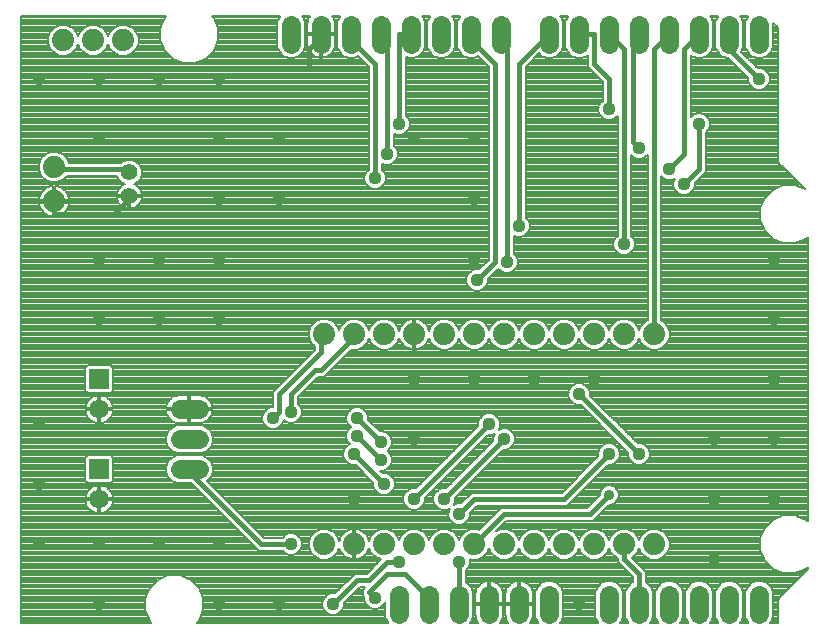
<source format=gbl>
G75*
G70*
%OFA0B0*%
%FSLAX24Y24*%
%IPPOS*%
%LPD*%
%AMOC8*
5,1,8,0,0,1.08239X$1,22.5*
%
%ADD10C,0.0640*%
%ADD11C,0.0740*%
%ADD12R,0.0650X0.0650*%
%ADD13C,0.0650*%
%ADD14C,0.0560*%
%ADD15C,0.0160*%
%ADD16C,0.0440*%
%ADD17C,0.0080*%
%ADD18C,0.0100*%
%ADD19C,0.0360*%
D10*
X005980Y005825D02*
X006620Y005825D01*
X006620Y006825D02*
X005980Y006825D01*
X005980Y007825D02*
X006620Y007825D01*
X013300Y001645D02*
X013300Y001005D01*
X014300Y001005D02*
X014300Y001645D01*
X015300Y001645D02*
X015300Y001005D01*
X016300Y001005D02*
X016300Y001645D01*
X017300Y001645D02*
X017300Y001005D01*
X018300Y001005D02*
X018300Y001645D01*
X020300Y001645D02*
X020300Y001005D01*
X021300Y001005D02*
X021300Y001645D01*
X022300Y001645D02*
X022300Y001005D01*
X023300Y001005D02*
X023300Y001645D01*
X024300Y001645D02*
X024300Y001005D01*
X025300Y001005D02*
X025300Y001645D01*
X025300Y020005D02*
X025300Y020645D01*
X024300Y020645D02*
X024300Y020005D01*
X023300Y020005D02*
X023300Y020645D01*
X022300Y020645D02*
X022300Y020005D01*
X021300Y020005D02*
X021300Y020645D01*
X020300Y020645D02*
X020300Y020005D01*
X019300Y020005D02*
X019300Y020645D01*
X018300Y020645D02*
X018300Y020005D01*
X016700Y020005D02*
X016700Y020645D01*
X015700Y020645D02*
X015700Y020005D01*
X014700Y020005D02*
X014700Y020645D01*
X013700Y020645D02*
X013700Y020005D01*
X012700Y020005D02*
X012700Y020645D01*
X011700Y020645D02*
X011700Y020005D01*
X010700Y020005D02*
X010700Y020645D01*
X009700Y020645D02*
X009700Y020005D01*
D11*
X004100Y020125D03*
X003100Y020125D03*
X002100Y020125D03*
X001800Y015895D03*
X001800Y014755D03*
X010800Y010325D03*
X011800Y010325D03*
X012800Y010325D03*
X013800Y010325D03*
X014800Y010325D03*
X015800Y010325D03*
X016800Y010325D03*
X017800Y010325D03*
X018800Y010325D03*
X019800Y010325D03*
X020800Y010325D03*
X021800Y010325D03*
X021800Y003325D03*
X020800Y003325D03*
X019800Y003325D03*
X018800Y003325D03*
X017800Y003325D03*
X016800Y003325D03*
X015800Y003325D03*
X014800Y003325D03*
X013800Y003325D03*
X012800Y003325D03*
X011800Y003325D03*
X010800Y003325D03*
D12*
X003300Y005825D03*
X003300Y008825D03*
D13*
X003300Y007825D03*
X003300Y004825D03*
D14*
X004300Y014931D03*
X004300Y015719D03*
D15*
X004300Y015825D01*
X001800Y015825D01*
X001800Y015895D01*
X001800Y014825D02*
X001800Y014755D01*
X001800Y014325D01*
X003800Y014325D01*
X004300Y014825D01*
X004300Y014931D01*
X010700Y010325D02*
X010800Y010325D01*
X010700Y010325D02*
X010700Y009725D01*
X009300Y008325D01*
X009300Y007725D01*
X009100Y007525D01*
X009700Y007725D02*
X009700Y008325D01*
X010500Y009125D01*
X010700Y009125D01*
X011900Y010325D01*
X011800Y010325D01*
X015900Y012125D02*
X016500Y012725D01*
X016500Y019325D01*
X015700Y020125D01*
X015700Y020325D01*
X016700Y020325D02*
X016900Y020125D01*
X016900Y012725D01*
X017300Y013925D02*
X017300Y019325D01*
X018300Y020325D01*
X019300Y020325D02*
X019800Y020325D01*
X019800Y019325D01*
X020300Y018825D01*
X020300Y017825D01*
X021100Y016725D02*
X021100Y019925D01*
X021300Y020125D01*
X021300Y020325D01*
X020800Y019825D02*
X020800Y013325D01*
X022800Y015325D02*
X023300Y015825D01*
X023300Y017325D01*
X022800Y016325D02*
X022300Y015825D01*
X022800Y016325D02*
X022800Y019825D01*
X023300Y020325D01*
X022300Y020325D02*
X021800Y019825D01*
X021800Y010325D01*
X019300Y008325D02*
X021300Y006325D01*
X020300Y006325D02*
X018800Y004825D01*
X015800Y004825D01*
X015300Y004325D01*
X014800Y004825D02*
X016800Y006825D01*
X016300Y007325D02*
X013800Y004825D01*
X012800Y005325D02*
X011800Y006325D01*
X011900Y006925D02*
X012700Y006125D01*
X012700Y006725D02*
X011900Y007525D01*
X008700Y003325D02*
X006300Y005725D01*
X006300Y005825D01*
X008700Y003325D02*
X009700Y003325D01*
X011100Y001325D02*
X011900Y002125D01*
X012300Y002125D01*
X012900Y002725D01*
X013300Y002725D01*
X013500Y002325D02*
X012900Y002325D01*
X012300Y001725D01*
X012500Y001525D01*
X013500Y002325D02*
X014300Y001525D01*
X014300Y001325D01*
X015300Y001325D02*
X015300Y002725D01*
X015820Y003365D02*
X016780Y004325D01*
X019660Y004325D01*
X020300Y004965D01*
X020800Y003325D02*
X020800Y002825D01*
X021300Y002325D01*
X021300Y001325D01*
X012500Y015525D02*
X012500Y019325D01*
X011700Y020125D01*
X011700Y020325D01*
X010800Y020325D02*
X010700Y020325D01*
X010800Y020325D02*
X010300Y019825D01*
X010300Y019325D01*
X012700Y020325D02*
X012900Y020125D01*
X012900Y016325D01*
X013300Y017325D02*
X013300Y020325D01*
X013700Y020325D01*
X013800Y020325D01*
X020300Y020325D02*
X020800Y019825D01*
X024300Y019825D02*
X024300Y020325D01*
X024300Y019825D02*
X025300Y018825D01*
X021300Y016525D02*
X021100Y016725D01*
D16*
X021300Y016525D03*
X022300Y015825D03*
X022800Y015325D03*
X023300Y017325D03*
X025300Y018825D03*
X020300Y017825D03*
X015800Y016825D03*
X013800Y016825D03*
X013300Y017325D03*
X012900Y016325D03*
X012500Y015525D03*
X009300Y014825D03*
X007300Y014825D03*
X007300Y012825D03*
X005300Y012825D03*
X003300Y012825D03*
X003300Y010825D03*
X005300Y010825D03*
X007300Y010825D03*
X009700Y007725D03*
X009100Y007525D03*
X011800Y006325D03*
X011900Y006925D03*
X012700Y006725D03*
X013800Y006825D03*
X012700Y006125D03*
X012800Y005325D03*
X011800Y004825D03*
X013800Y004825D03*
X014800Y004825D03*
X015300Y004325D03*
X015300Y002725D03*
X013300Y002725D03*
X012500Y001525D03*
X011100Y001325D03*
X009300Y001325D03*
X007300Y001325D03*
X007300Y003325D03*
X005300Y003325D03*
X003300Y003325D03*
X001300Y003325D03*
X001300Y005325D03*
X001300Y007325D03*
X009700Y003325D03*
X003300Y001325D03*
X011900Y007525D03*
X013800Y008825D03*
X015800Y008825D03*
X017800Y008825D03*
X019300Y008325D03*
X019800Y008825D03*
X016300Y007325D03*
X016800Y006825D03*
X020300Y006325D03*
X021300Y006325D03*
X023800Y006825D03*
X025800Y006825D03*
X025800Y008825D03*
X025800Y010825D03*
X025800Y012825D03*
X020800Y013325D03*
X017300Y013925D03*
X015800Y014825D03*
X015800Y012825D03*
X015900Y012125D03*
X016900Y012725D03*
X009300Y016825D03*
X007300Y016825D03*
X007300Y018825D03*
X005300Y018825D03*
X003300Y018825D03*
X001300Y018825D03*
X003300Y016825D03*
X023800Y004825D03*
X025800Y004825D03*
X023800Y002825D03*
X019300Y001325D03*
D17*
X000690Y000715D02*
X000690Y020935D01*
X005538Y020935D01*
X005478Y020874D01*
X005330Y020518D01*
X005330Y020132D01*
X005478Y019776D01*
X005751Y019503D01*
X006107Y019355D01*
X006493Y019355D01*
X006849Y019503D01*
X007122Y019776D01*
X007270Y020132D01*
X007270Y020518D01*
X007122Y020874D01*
X007062Y020935D01*
X009339Y020935D01*
X009310Y020906D01*
X009240Y020736D01*
X009240Y019913D01*
X009310Y019744D01*
X009439Y019615D01*
X009608Y019545D01*
X009791Y019545D01*
X009961Y019615D01*
X010090Y019744D01*
X010160Y019913D01*
X010160Y020736D01*
X010090Y020906D01*
X010061Y020935D01*
X010342Y020935D01*
X010307Y020886D01*
X010274Y020822D01*
X010251Y020753D01*
X010240Y020681D01*
X010240Y020365D01*
X010660Y020365D01*
X010660Y020285D01*
X010740Y020285D01*
X010740Y020365D01*
X011160Y020365D01*
X011160Y020681D01*
X011149Y020753D01*
X011126Y020822D01*
X011093Y020886D01*
X011058Y020935D01*
X011339Y020935D01*
X011310Y020906D01*
X011240Y020736D01*
X011240Y019913D01*
X011310Y019744D01*
X011439Y019615D01*
X011608Y019545D01*
X011791Y019545D01*
X011917Y019597D01*
X012280Y019234D01*
X012280Y015814D01*
X012195Y015729D01*
X012140Y015597D01*
X012140Y015453D01*
X012195Y015321D01*
X012296Y015220D01*
X012428Y015165D01*
X012572Y015165D01*
X012704Y015220D01*
X012805Y015321D01*
X012860Y015453D01*
X012860Y015597D01*
X012805Y015729D01*
X012720Y015814D01*
X012720Y016010D01*
X012828Y015965D01*
X012972Y015965D01*
X013104Y016020D01*
X013205Y016121D01*
X013260Y016253D01*
X013260Y016397D01*
X013205Y016529D01*
X013120Y016614D01*
X013120Y017010D01*
X013228Y016965D01*
X013372Y016965D01*
X013504Y017020D01*
X013605Y017121D01*
X013660Y017253D01*
X013660Y017397D01*
X013605Y017529D01*
X013520Y017614D01*
X013520Y019582D01*
X013608Y019545D01*
X013791Y019545D01*
X013961Y019615D01*
X014090Y019744D01*
X014160Y019913D01*
X014160Y020736D01*
X014090Y020906D01*
X014061Y020935D01*
X014339Y020935D01*
X014310Y020906D01*
X014240Y020736D01*
X014240Y019913D01*
X014310Y019744D01*
X014439Y019615D01*
X014608Y019545D01*
X014791Y019545D01*
X014961Y019615D01*
X015090Y019744D01*
X015160Y019913D01*
X015160Y020736D01*
X015090Y020906D01*
X015061Y020935D01*
X015339Y020935D01*
X015310Y020906D01*
X015240Y020736D01*
X015240Y019913D01*
X015310Y019744D01*
X015439Y019615D01*
X015608Y019545D01*
X015791Y019545D01*
X015917Y019597D01*
X016280Y019234D01*
X016280Y012816D01*
X015949Y012485D01*
X015828Y012485D01*
X015696Y012430D01*
X015595Y012329D01*
X015540Y012197D01*
X015540Y012053D01*
X015595Y011921D01*
X015696Y011820D01*
X015828Y011765D01*
X015972Y011765D01*
X016104Y011820D01*
X016205Y011921D01*
X016260Y012053D01*
X016260Y012174D01*
X016591Y012505D01*
X016601Y012515D01*
X016696Y012420D01*
X016828Y012365D01*
X016972Y012365D01*
X017104Y012420D01*
X017205Y012521D01*
X017260Y012653D01*
X017260Y012797D01*
X017205Y012929D01*
X017120Y013014D01*
X017120Y013610D01*
X017228Y013565D01*
X017372Y013565D01*
X017504Y013620D01*
X017605Y013721D01*
X017660Y013853D01*
X017660Y013997D01*
X017605Y014129D01*
X017520Y014214D01*
X017520Y019234D01*
X017970Y019684D01*
X018039Y019615D01*
X018208Y019545D01*
X018391Y019545D01*
X018561Y019615D01*
X018690Y019744D01*
X018760Y019913D01*
X018760Y020736D01*
X018690Y020906D01*
X018661Y020935D01*
X018939Y020935D01*
X018910Y020906D01*
X018840Y020736D01*
X018840Y019913D01*
X018910Y019744D01*
X019039Y019615D01*
X019208Y019545D01*
X019391Y019545D01*
X019561Y019615D01*
X019580Y019634D01*
X019580Y019234D01*
X019709Y019105D01*
X020080Y018734D01*
X020080Y018114D01*
X019995Y018029D01*
X019940Y017897D01*
X019940Y017753D01*
X019995Y017621D01*
X020096Y017520D01*
X020228Y017465D01*
X020372Y017465D01*
X020504Y017520D01*
X020580Y017596D01*
X020580Y013614D01*
X020495Y013529D01*
X020440Y013397D01*
X020440Y013253D01*
X020495Y013121D01*
X020596Y013020D01*
X020728Y012965D01*
X020872Y012965D01*
X021004Y013020D01*
X021105Y013121D01*
X021160Y013253D01*
X021160Y013397D01*
X021105Y013529D01*
X021020Y013614D01*
X021020Y016296D01*
X021096Y016220D01*
X021228Y016165D01*
X021372Y016165D01*
X021504Y016220D01*
X021580Y016296D01*
X021580Y010786D01*
X021511Y010757D01*
X021368Y010614D01*
X021300Y010451D01*
X021232Y010614D01*
X021089Y010757D01*
X020901Y010835D01*
X020699Y010835D01*
X020511Y010757D01*
X020368Y010614D01*
X020300Y010451D01*
X020232Y010614D01*
X020089Y010757D01*
X019901Y010835D01*
X019699Y010835D01*
X019511Y010757D01*
X019368Y010614D01*
X019300Y010451D01*
X019232Y010614D01*
X019089Y010757D01*
X018901Y010835D01*
X018699Y010835D01*
X018511Y010757D01*
X018368Y010614D01*
X018300Y010451D01*
X018232Y010614D01*
X018089Y010757D01*
X017901Y010835D01*
X017699Y010835D01*
X017511Y010757D01*
X017368Y010614D01*
X017300Y010451D01*
X017232Y010614D01*
X017089Y010757D01*
X016901Y010835D01*
X016699Y010835D01*
X016511Y010757D01*
X016368Y010614D01*
X016300Y010451D01*
X016232Y010614D01*
X016089Y010757D01*
X015901Y010835D01*
X015699Y010835D01*
X015511Y010757D01*
X015368Y010614D01*
X015300Y010451D01*
X015232Y010614D01*
X015089Y010757D01*
X014901Y010835D01*
X014699Y010835D01*
X014511Y010757D01*
X014368Y010614D01*
X014297Y010444D01*
X014297Y010444D01*
X014273Y010521D01*
X014236Y010592D01*
X014189Y010657D01*
X014132Y010714D01*
X014067Y010761D01*
X013996Y010798D01*
X013919Y010822D01*
X013840Y010835D01*
X013840Y010365D01*
X013760Y010365D01*
X013760Y010835D01*
X013760Y010835D01*
X013681Y010822D01*
X013604Y010798D01*
X013533Y010761D01*
X013468Y010714D01*
X013411Y010657D01*
X013364Y010592D01*
X013327Y010521D01*
X013303Y010444D01*
X013232Y010614D01*
X013089Y010757D01*
X012901Y010835D01*
X012699Y010835D01*
X012511Y010757D01*
X012368Y010614D01*
X012300Y010451D01*
X012232Y010614D01*
X012089Y010757D01*
X011901Y010835D01*
X011699Y010835D01*
X011511Y010757D01*
X011368Y010614D01*
X011300Y010451D01*
X011232Y010614D01*
X011089Y010757D01*
X010901Y010835D01*
X010699Y010835D01*
X010511Y010757D01*
X010368Y010614D01*
X010290Y010426D01*
X010290Y010224D01*
X010368Y010036D01*
X010480Y009924D01*
X010480Y009816D01*
X009080Y008416D01*
X009080Y007885D01*
X009028Y007885D01*
X008896Y007830D01*
X008795Y007729D01*
X008740Y007597D01*
X008740Y007453D01*
X008795Y007321D01*
X008896Y007220D01*
X009028Y007165D01*
X009172Y007165D01*
X009304Y007220D01*
X009405Y007321D01*
X009460Y007453D01*
X009460Y007456D01*
X009496Y007420D01*
X009628Y007365D01*
X009772Y007365D01*
X009904Y007420D01*
X010005Y007521D01*
X010060Y007653D01*
X010060Y007797D01*
X010005Y007929D01*
X009920Y008014D01*
X009920Y008234D01*
X010591Y008905D01*
X010791Y008905D01*
X011701Y009815D01*
X011901Y009815D01*
X012089Y009893D01*
X012232Y010036D01*
X012300Y010199D01*
X012368Y010036D01*
X012511Y009893D01*
X012699Y009815D01*
X012901Y009815D01*
X013089Y009893D01*
X013232Y010036D01*
X013303Y010206D01*
X013303Y010206D01*
X013327Y010129D01*
X013364Y010058D01*
X013411Y009993D01*
X013468Y009936D01*
X013533Y009889D01*
X013604Y009852D01*
X013681Y009828D01*
X013760Y009815D01*
X013760Y010285D01*
X013840Y010285D01*
X013840Y009815D01*
X013840Y009815D01*
X013919Y009828D01*
X013996Y009852D01*
X014067Y009889D01*
X014132Y009936D01*
X014189Y009993D01*
X014236Y010058D01*
X014273Y010129D01*
X014297Y010206D01*
X014368Y010036D01*
X014511Y009893D01*
X014699Y009815D01*
X014901Y009815D01*
X015089Y009893D01*
X015232Y010036D01*
X015300Y010199D01*
X015368Y010036D01*
X015511Y009893D01*
X015699Y009815D01*
X015901Y009815D01*
X016089Y009893D01*
X016232Y010036D01*
X016300Y010199D01*
X016368Y010036D01*
X016511Y009893D01*
X016699Y009815D01*
X016901Y009815D01*
X017089Y009893D01*
X017232Y010036D01*
X017300Y010199D01*
X017368Y010036D01*
X017511Y009893D01*
X017699Y009815D01*
X017901Y009815D01*
X018089Y009893D01*
X018232Y010036D01*
X018300Y010199D01*
X018368Y010036D01*
X018511Y009893D01*
X018699Y009815D01*
X018901Y009815D01*
X019089Y009893D01*
X019232Y010036D01*
X019300Y010199D01*
X019368Y010036D01*
X019511Y009893D01*
X019699Y009815D01*
X019901Y009815D01*
X020089Y009893D01*
X020232Y010036D01*
X020300Y010199D01*
X020368Y010036D01*
X020511Y009893D01*
X020699Y009815D01*
X020901Y009815D01*
X021089Y009893D01*
X021232Y010036D01*
X021300Y010199D01*
X021368Y010036D01*
X021511Y009893D01*
X021699Y009815D01*
X021901Y009815D01*
X022089Y009893D01*
X022232Y010036D01*
X022310Y010224D01*
X022310Y010426D01*
X022232Y010614D01*
X022089Y010757D01*
X022020Y010786D01*
X022020Y015596D01*
X022096Y015520D01*
X022228Y015465D01*
X022372Y015465D01*
X022488Y015513D01*
X022440Y015397D01*
X022020Y015397D01*
X022020Y015319D02*
X022440Y015319D01*
X022440Y015253D02*
X022495Y015121D01*
X022596Y015020D01*
X022728Y014965D01*
X022872Y014965D01*
X023004Y015020D01*
X023105Y015121D01*
X023160Y015253D01*
X023160Y015374D01*
X023391Y015605D01*
X023520Y015734D01*
X023520Y017036D01*
X023605Y017121D01*
X023660Y017253D01*
X023660Y017397D01*
X023605Y017529D01*
X023504Y017630D01*
X023372Y017685D01*
X023228Y017685D01*
X023096Y017630D01*
X023020Y017554D01*
X023020Y019634D01*
X023039Y019615D01*
X023208Y019545D01*
X023391Y019545D01*
X023561Y019615D01*
X023690Y019744D01*
X023760Y019913D01*
X023760Y020736D01*
X023690Y020906D01*
X023661Y020935D01*
X023939Y020935D01*
X023910Y020906D01*
X023840Y020736D01*
X023840Y019913D01*
X023910Y019744D01*
X024039Y019615D01*
X024208Y019545D01*
X024269Y019545D01*
X024940Y018874D01*
X024940Y018753D01*
X024995Y018621D01*
X025096Y018520D01*
X025228Y018465D01*
X025372Y018465D01*
X025504Y018520D01*
X025605Y018621D01*
X025660Y018753D01*
X025660Y018897D01*
X025605Y019029D01*
X025504Y019130D01*
X025372Y019185D01*
X025251Y019185D01*
X024690Y019746D01*
X024760Y019913D01*
X024760Y020736D01*
X024690Y020906D01*
X024661Y020935D01*
X024939Y020935D01*
X024910Y020906D01*
X024840Y020736D01*
X024840Y019913D01*
X024910Y019744D01*
X025039Y019615D01*
X025208Y019545D01*
X025391Y019545D01*
X025561Y019615D01*
X025690Y019744D01*
X025760Y019913D01*
X025760Y020713D01*
X025910Y020563D01*
X025910Y016147D01*
X025969Y016004D01*
X026079Y015894D01*
X026810Y015164D01*
X026493Y015295D01*
X026107Y015295D01*
X025751Y015147D01*
X025478Y014874D01*
X025330Y014518D01*
X025330Y014132D01*
X025478Y013776D01*
X025751Y013503D01*
X026107Y013355D01*
X026493Y013355D01*
X026849Y013503D01*
X026910Y013563D01*
X026910Y004087D01*
X026849Y004147D01*
X026493Y004295D01*
X026107Y004295D01*
X025751Y004147D01*
X025478Y003874D01*
X025330Y003518D01*
X025330Y003132D01*
X025478Y002776D01*
X025751Y002503D01*
X026107Y002355D01*
X026493Y002355D01*
X026849Y002503D01*
X026910Y002563D01*
X026910Y002487D01*
X026079Y001656D01*
X025969Y001546D01*
X025910Y001403D01*
X025910Y000715D01*
X025661Y000715D01*
X025690Y000744D01*
X025760Y000913D01*
X025760Y001736D01*
X025690Y001906D01*
X025561Y002035D01*
X025391Y002105D01*
X025208Y002105D01*
X025039Y002035D01*
X024910Y001906D01*
X024840Y001736D01*
X024840Y000913D01*
X024910Y000744D01*
X024939Y000715D01*
X024661Y000715D01*
X024690Y000744D01*
X024760Y000913D01*
X024760Y001736D01*
X024690Y001906D01*
X024561Y002035D01*
X024391Y002105D01*
X024208Y002105D01*
X024039Y002035D01*
X023910Y001906D01*
X023840Y001736D01*
X023840Y000913D01*
X023910Y000744D01*
X023939Y000715D01*
X023661Y000715D01*
X023690Y000744D01*
X023760Y000913D01*
X023760Y001736D01*
X023690Y001906D01*
X023561Y002035D01*
X023391Y002105D01*
X023208Y002105D01*
X023039Y002035D01*
X022910Y001906D01*
X022840Y001736D01*
X022840Y000913D01*
X022910Y000744D01*
X022939Y000715D01*
X022661Y000715D01*
X022690Y000744D01*
X022760Y000913D01*
X022760Y001736D01*
X022690Y001906D01*
X022561Y002035D01*
X022391Y002105D01*
X022208Y002105D01*
X022039Y002035D01*
X021910Y001906D01*
X021840Y001736D01*
X021840Y000913D01*
X021910Y000744D01*
X021939Y000715D01*
X021661Y000715D01*
X021690Y000744D01*
X021760Y000913D01*
X021760Y001736D01*
X021690Y001906D01*
X021561Y002035D01*
X021520Y002052D01*
X022081Y002052D01*
X021978Y001974D02*
X021622Y001974D01*
X021694Y001895D02*
X021906Y001895D01*
X021873Y001817D02*
X021727Y001817D01*
X021759Y001738D02*
X021841Y001738D01*
X021840Y001660D02*
X021760Y001660D01*
X021760Y001581D02*
X021840Y001581D01*
X021840Y001503D02*
X021760Y001503D01*
X021760Y001424D02*
X021840Y001424D01*
X021840Y001346D02*
X021760Y001346D01*
X021760Y001267D02*
X021840Y001267D01*
X021840Y001189D02*
X021760Y001189D01*
X021760Y001110D02*
X021840Y001110D01*
X021840Y001032D02*
X021760Y001032D01*
X021760Y000953D02*
X021840Y000953D01*
X021856Y000875D02*
X021744Y000875D01*
X021711Y000796D02*
X021889Y000796D01*
X021937Y000718D02*
X021663Y000718D01*
X020939Y000715D02*
X020661Y000715D01*
X020690Y000744D01*
X020760Y000913D01*
X020760Y001736D01*
X020690Y001906D01*
X020561Y002035D01*
X020391Y002105D01*
X020208Y002105D01*
X020039Y002035D01*
X019910Y001906D01*
X019840Y001736D01*
X019840Y000913D01*
X019910Y000744D01*
X019939Y000715D01*
X018661Y000715D01*
X018690Y000744D01*
X018760Y000913D01*
X018760Y001736D01*
X018690Y001906D01*
X018561Y002035D01*
X018391Y002105D01*
X018208Y002105D01*
X018039Y002035D01*
X017910Y001906D01*
X017840Y001736D01*
X017840Y000913D01*
X017910Y000744D01*
X017939Y000715D01*
X017658Y000715D01*
X017693Y000764D01*
X017726Y000828D01*
X017749Y000897D01*
X017760Y000969D01*
X017760Y001285D01*
X017340Y001285D01*
X017340Y001365D01*
X017260Y001365D01*
X017260Y002104D01*
X017192Y002094D01*
X017123Y002071D01*
X017059Y002038D01*
X017000Y001996D01*
X016949Y001945D01*
X016907Y001886D01*
X016874Y001822D01*
X016851Y001753D01*
X016840Y001681D01*
X016840Y001365D01*
X017260Y001365D01*
X017260Y001285D01*
X016840Y001285D01*
X016840Y000969D01*
X016851Y000897D01*
X016874Y000828D01*
X016907Y000764D01*
X016942Y000715D01*
X016658Y000715D01*
X016693Y000764D01*
X016726Y000828D01*
X016749Y000897D01*
X016760Y000969D01*
X016760Y001285D01*
X016340Y001285D01*
X016340Y001365D01*
X016260Y001365D01*
X016260Y002104D01*
X016192Y002094D01*
X016123Y002071D01*
X016059Y002038D01*
X016000Y001996D01*
X015949Y001945D01*
X015907Y001886D01*
X015874Y001822D01*
X015851Y001753D01*
X015840Y001681D01*
X015840Y001365D01*
X016260Y001365D01*
X016260Y001285D01*
X015840Y001285D01*
X015840Y000969D01*
X015851Y000897D01*
X015874Y000828D01*
X015907Y000764D01*
X015942Y000715D01*
X015661Y000715D01*
X015690Y000744D01*
X015760Y000913D01*
X015760Y001736D01*
X015690Y001906D01*
X015561Y002035D01*
X015520Y002052D01*
X016086Y002052D01*
X015978Y001974D02*
X015622Y001974D01*
X015694Y001895D02*
X015913Y001895D01*
X015872Y001817D02*
X015727Y001817D01*
X015759Y001738D02*
X015849Y001738D01*
X015840Y001660D02*
X015760Y001660D01*
X015760Y001581D02*
X015840Y001581D01*
X015840Y001503D02*
X015760Y001503D01*
X015760Y001424D02*
X015840Y001424D01*
X015760Y001346D02*
X016260Y001346D01*
X016260Y001424D02*
X016340Y001424D01*
X016340Y001365D02*
X016340Y002104D01*
X016408Y002094D01*
X016477Y002071D01*
X016541Y002038D01*
X016600Y001996D01*
X016651Y001945D01*
X016693Y001886D01*
X016726Y001822D01*
X016749Y001753D01*
X016760Y001681D01*
X016760Y001365D01*
X016340Y001365D01*
X016340Y001346D02*
X017260Y001346D01*
X017260Y001424D02*
X017340Y001424D01*
X017340Y001365D02*
X017340Y002104D01*
X017408Y002094D01*
X017477Y002071D01*
X017541Y002038D01*
X017600Y001996D01*
X017651Y001945D01*
X017693Y001886D01*
X017726Y001822D01*
X017749Y001753D01*
X017760Y001681D01*
X017760Y001365D01*
X017340Y001365D01*
X017340Y001346D02*
X017840Y001346D01*
X017840Y001424D02*
X017760Y001424D01*
X017760Y001503D02*
X017840Y001503D01*
X017840Y001581D02*
X017760Y001581D01*
X017760Y001660D02*
X017840Y001660D01*
X017841Y001738D02*
X017751Y001738D01*
X017728Y001817D02*
X017873Y001817D01*
X017906Y001895D02*
X017687Y001895D01*
X017622Y001974D02*
X017978Y001974D01*
X018081Y002052D02*
X017514Y002052D01*
X017340Y002052D02*
X017260Y002052D01*
X017260Y001974D02*
X017340Y001974D01*
X017340Y001895D02*
X017260Y001895D01*
X017260Y001817D02*
X017340Y001817D01*
X017340Y001738D02*
X017260Y001738D01*
X017260Y001660D02*
X017340Y001660D01*
X017340Y001581D02*
X017260Y001581D01*
X017260Y001503D02*
X017340Y001503D01*
X017760Y001267D02*
X017840Y001267D01*
X017840Y001189D02*
X017760Y001189D01*
X017760Y001110D02*
X017840Y001110D01*
X017840Y001032D02*
X017760Y001032D01*
X017757Y000953D02*
X017840Y000953D01*
X017856Y000875D02*
X017741Y000875D01*
X017710Y000796D02*
X017889Y000796D01*
X017937Y000718D02*
X017660Y000718D01*
X016940Y000718D02*
X016660Y000718D01*
X016710Y000796D02*
X016890Y000796D01*
X016859Y000875D02*
X016741Y000875D01*
X016757Y000953D02*
X016843Y000953D01*
X016840Y001032D02*
X016760Y001032D01*
X016760Y001110D02*
X016840Y001110D01*
X016840Y001189D02*
X016760Y001189D01*
X016760Y001267D02*
X016840Y001267D01*
X016840Y001424D02*
X016760Y001424D01*
X016760Y001503D02*
X016840Y001503D01*
X016840Y001581D02*
X016760Y001581D01*
X016760Y001660D02*
X016840Y001660D01*
X016849Y001738D02*
X016751Y001738D01*
X016728Y001817D02*
X016872Y001817D01*
X016913Y001895D02*
X016687Y001895D01*
X016622Y001974D02*
X016978Y001974D01*
X017086Y002052D02*
X016514Y002052D01*
X016340Y002052D02*
X016260Y002052D01*
X016260Y001974D02*
X016340Y001974D01*
X016340Y001895D02*
X016260Y001895D01*
X016260Y001817D02*
X016340Y001817D01*
X016340Y001738D02*
X016260Y001738D01*
X016260Y001660D02*
X016340Y001660D01*
X016340Y001581D02*
X016260Y001581D01*
X016260Y001503D02*
X016340Y001503D01*
X015840Y001267D02*
X015760Y001267D01*
X015760Y001189D02*
X015840Y001189D01*
X015840Y001110D02*
X015760Y001110D01*
X015760Y001032D02*
X015840Y001032D01*
X015843Y000953D02*
X015760Y000953D01*
X015744Y000875D02*
X015859Y000875D01*
X015890Y000796D02*
X015711Y000796D01*
X015663Y000718D02*
X015940Y000718D01*
X015520Y002052D02*
X015520Y002436D01*
X015605Y002521D01*
X015660Y002653D01*
X015660Y002797D01*
X015643Y002838D01*
X015699Y002815D01*
X015901Y002815D01*
X016089Y002893D01*
X016232Y003036D01*
X016300Y003199D01*
X016368Y003036D01*
X016511Y002893D01*
X016699Y002815D01*
X016901Y002815D01*
X017089Y002893D01*
X017232Y003036D01*
X017300Y003199D01*
X017368Y003036D01*
X017511Y002893D01*
X017699Y002815D01*
X017901Y002815D01*
X018089Y002893D01*
X018232Y003036D01*
X018300Y003199D01*
X018368Y003036D01*
X018511Y002893D01*
X018699Y002815D01*
X018901Y002815D01*
X019089Y002893D01*
X019232Y003036D01*
X019300Y003199D01*
X019368Y003036D01*
X019511Y002893D01*
X019699Y002815D01*
X019901Y002815D01*
X020089Y002893D01*
X020232Y003036D01*
X020300Y003199D01*
X020368Y003036D01*
X020511Y002893D01*
X020580Y002864D01*
X020580Y002734D01*
X020709Y002605D01*
X021080Y002234D01*
X021080Y002052D01*
X020519Y002052D01*
X020622Y001974D02*
X020978Y001974D01*
X021039Y002035D02*
X020910Y001906D01*
X020840Y001736D01*
X020840Y000913D01*
X020910Y000744D01*
X020939Y000715D01*
X020937Y000718D02*
X020663Y000718D01*
X020711Y000796D02*
X020889Y000796D01*
X020856Y000875D02*
X020744Y000875D01*
X020760Y000953D02*
X020840Y000953D01*
X020840Y001032D02*
X020760Y001032D01*
X020760Y001110D02*
X020840Y001110D01*
X020840Y001189D02*
X020760Y001189D01*
X020760Y001267D02*
X020840Y001267D01*
X020840Y001346D02*
X020760Y001346D01*
X020760Y001424D02*
X020840Y001424D01*
X020840Y001503D02*
X020760Y001503D01*
X020760Y001581D02*
X020840Y001581D01*
X020840Y001660D02*
X020760Y001660D01*
X020759Y001738D02*
X020841Y001738D01*
X020873Y001817D02*
X020727Y001817D01*
X020694Y001895D02*
X020906Y001895D01*
X021039Y002035D02*
X021080Y002052D01*
X021080Y002131D02*
X015520Y002131D01*
X015520Y002209D02*
X021080Y002209D01*
X021026Y002288D02*
X015520Y002288D01*
X015520Y002366D02*
X020948Y002366D01*
X020869Y002445D02*
X015529Y002445D01*
X015606Y002523D02*
X020791Y002523D01*
X020712Y002602D02*
X015639Y002602D01*
X015660Y002680D02*
X020634Y002680D01*
X020580Y002759D02*
X015660Y002759D01*
X015643Y002837D02*
X015645Y002837D01*
X015955Y002837D02*
X016645Y002837D01*
X016488Y002916D02*
X016112Y002916D01*
X016190Y002994D02*
X016410Y002994D01*
X016353Y003073D02*
X016247Y003073D01*
X016280Y003151D02*
X016320Y003151D01*
X016955Y002837D02*
X017645Y002837D01*
X017488Y002916D02*
X017112Y002916D01*
X017190Y002994D02*
X017410Y002994D01*
X017353Y003073D02*
X017247Y003073D01*
X017280Y003151D02*
X017320Y003151D01*
X017300Y003451D02*
X017232Y003614D01*
X017089Y003757D01*
X016901Y003835D01*
X016699Y003835D01*
X016532Y003766D01*
X016871Y004105D01*
X019751Y004105D01*
X019880Y004234D01*
X020291Y004645D01*
X020364Y004645D01*
X020481Y004694D01*
X020571Y004784D01*
X020620Y004901D01*
X020620Y005029D01*
X020571Y005146D01*
X020481Y005236D01*
X020364Y005285D01*
X020236Y005285D01*
X020119Y005236D01*
X020029Y005146D01*
X019980Y005029D01*
X019980Y004956D01*
X019569Y004545D01*
X016689Y004545D01*
X015956Y003812D01*
X015901Y003835D01*
X015699Y003835D01*
X015511Y003757D01*
X015368Y003614D01*
X015300Y003451D01*
X015232Y003614D01*
X015089Y003757D01*
X014901Y003835D01*
X014699Y003835D01*
X014511Y003757D01*
X014368Y003614D01*
X014300Y003451D01*
X014232Y003614D01*
X014089Y003757D01*
X013901Y003835D01*
X013699Y003835D01*
X013511Y003757D01*
X013368Y003614D01*
X013300Y003451D01*
X013232Y003614D01*
X013089Y003757D01*
X012901Y003835D01*
X012699Y003835D01*
X012511Y003757D01*
X012368Y003614D01*
X012297Y003444D01*
X012297Y003444D01*
X012273Y003521D01*
X012236Y003592D01*
X012189Y003657D01*
X012132Y003714D01*
X012067Y003761D01*
X011996Y003798D01*
X011919Y003822D01*
X011840Y003835D01*
X011840Y003365D01*
X011760Y003365D01*
X011760Y003835D01*
X011760Y003835D01*
X011681Y003822D01*
X011604Y003798D01*
X011533Y003761D01*
X011468Y003714D01*
X011411Y003657D01*
X011364Y003592D01*
X011327Y003521D01*
X011303Y003444D01*
X011232Y003614D01*
X011089Y003757D01*
X010901Y003835D01*
X010699Y003835D01*
X010511Y003757D01*
X010368Y003614D01*
X010290Y003426D01*
X010290Y003224D01*
X010368Y003036D01*
X010511Y002893D01*
X010699Y002815D01*
X010901Y002815D01*
X011089Y002893D01*
X011232Y003036D01*
X011303Y003206D01*
X011303Y003206D01*
X011327Y003129D01*
X011364Y003058D01*
X011411Y002993D01*
X011468Y002936D01*
X011533Y002889D01*
X011604Y002852D01*
X011681Y002828D01*
X011760Y002815D01*
X011760Y003285D01*
X011840Y003285D01*
X011840Y002815D01*
X011840Y002815D01*
X011919Y002828D01*
X011996Y002852D01*
X012067Y002889D01*
X012132Y002936D01*
X012189Y002993D01*
X012236Y003058D01*
X012273Y003129D01*
X012297Y003206D01*
X012368Y003036D01*
X012511Y002893D01*
X012685Y002821D01*
X012209Y002345D01*
X011809Y002345D01*
X011149Y001685D01*
X011028Y001685D01*
X010896Y001630D01*
X010795Y001529D01*
X010740Y001397D01*
X010740Y001253D01*
X010795Y001121D01*
X010896Y001020D01*
X011028Y000965D01*
X011172Y000965D01*
X011304Y001020D01*
X011405Y001121D01*
X011460Y001253D01*
X011460Y001374D01*
X011991Y001905D01*
X012169Y001905D01*
X012080Y001816D01*
X012080Y001634D01*
X012140Y001574D01*
X012140Y001453D01*
X012195Y001321D01*
X012296Y001220D01*
X012428Y001165D01*
X012572Y001165D01*
X012704Y001220D01*
X012805Y001321D01*
X012840Y001405D01*
X012840Y000913D01*
X012910Y000744D01*
X012939Y000715D01*
X006562Y000715D01*
X006622Y000776D01*
X006770Y001132D01*
X006770Y001518D01*
X006622Y001874D01*
X006349Y002147D01*
X005993Y002295D01*
X005607Y002295D01*
X005251Y002147D01*
X004978Y001874D01*
X004830Y001518D01*
X004830Y001132D01*
X004978Y000776D01*
X005038Y000715D01*
X000690Y000715D01*
X000690Y000718D02*
X005036Y000718D01*
X004969Y000796D02*
X000690Y000796D01*
X000690Y000875D02*
X004937Y000875D01*
X004904Y000953D02*
X000690Y000953D01*
X000690Y001032D02*
X004872Y001032D01*
X004839Y001110D02*
X000690Y001110D01*
X000690Y001189D02*
X004830Y001189D01*
X004830Y001267D02*
X000690Y001267D01*
X000690Y001346D02*
X004830Y001346D01*
X004830Y001424D02*
X000690Y001424D01*
X000690Y001503D02*
X004830Y001503D01*
X004856Y001581D02*
X000690Y001581D01*
X000690Y001660D02*
X004889Y001660D01*
X004921Y001738D02*
X000690Y001738D01*
X000690Y001817D02*
X004954Y001817D01*
X004998Y001895D02*
X000690Y001895D01*
X000690Y001974D02*
X005077Y001974D01*
X005155Y002052D02*
X000690Y002052D01*
X000690Y002131D02*
X005234Y002131D01*
X005400Y002209D02*
X000690Y002209D01*
X000690Y002288D02*
X005589Y002288D01*
X006011Y002288D02*
X011751Y002288D01*
X011673Y002209D02*
X006200Y002209D01*
X006366Y002131D02*
X011594Y002131D01*
X011516Y002052D02*
X006445Y002052D01*
X006523Y001974D02*
X011437Y001974D01*
X011359Y001895D02*
X006602Y001895D01*
X006646Y001817D02*
X011280Y001817D01*
X011202Y001738D02*
X006679Y001738D01*
X006711Y001660D02*
X010967Y001660D01*
X010847Y001581D02*
X006744Y001581D01*
X006770Y001503D02*
X010784Y001503D01*
X010751Y001424D02*
X006770Y001424D01*
X006770Y001346D02*
X010740Y001346D01*
X010740Y001267D02*
X006770Y001267D01*
X006770Y001189D02*
X010767Y001189D01*
X010806Y001110D02*
X006761Y001110D01*
X006728Y001032D02*
X010884Y001032D01*
X011316Y001032D02*
X012840Y001032D01*
X012840Y001110D02*
X011394Y001110D01*
X011433Y001189D02*
X012372Y001189D01*
X012249Y001267D02*
X011460Y001267D01*
X011460Y001346D02*
X012185Y001346D01*
X012152Y001424D02*
X011510Y001424D01*
X011589Y001503D02*
X012140Y001503D01*
X012133Y001581D02*
X011667Y001581D01*
X011746Y001660D02*
X012080Y001660D01*
X012080Y001738D02*
X011824Y001738D01*
X011903Y001817D02*
X012080Y001817D01*
X012159Y001895D02*
X011981Y001895D01*
X012230Y002366D02*
X000690Y002366D01*
X000690Y002445D02*
X012308Y002445D01*
X012387Y002523D02*
X000690Y002523D01*
X000690Y002602D02*
X012465Y002602D01*
X012544Y002680D02*
X000690Y002680D01*
X000690Y002759D02*
X012622Y002759D01*
X012645Y002837D02*
X011949Y002837D01*
X011840Y002837D02*
X011760Y002837D01*
X011760Y002815D02*
X011760Y002815D01*
X011760Y002916D02*
X011840Y002916D01*
X011840Y002994D02*
X011760Y002994D01*
X011760Y003073D02*
X011840Y003073D01*
X011840Y003151D02*
X011760Y003151D01*
X011760Y003230D02*
X011840Y003230D01*
X011840Y003387D02*
X011760Y003387D01*
X011760Y003465D02*
X011840Y003465D01*
X011840Y003544D02*
X011760Y003544D01*
X011760Y003622D02*
X011840Y003622D01*
X011840Y003701D02*
X011760Y003701D01*
X011760Y003779D02*
X011840Y003779D01*
X011840Y003835D02*
X011840Y003835D01*
X012032Y003779D02*
X012563Y003779D01*
X012454Y003701D02*
X012146Y003701D01*
X012215Y003622D02*
X012376Y003622D01*
X012338Y003544D02*
X012261Y003544D01*
X012291Y003465D02*
X012306Y003465D01*
X012297Y003206D02*
X012297Y003206D01*
X012280Y003151D02*
X012320Y003151D01*
X012353Y003073D02*
X012244Y003073D01*
X012190Y002994D02*
X012410Y002994D01*
X012488Y002916D02*
X012104Y002916D01*
X011651Y002837D02*
X010955Y002837D01*
X011112Y002916D02*
X011496Y002916D01*
X011410Y002994D02*
X011190Y002994D01*
X011247Y003073D02*
X011356Y003073D01*
X011320Y003151D02*
X011280Y003151D01*
X011303Y003444D02*
X011303Y003444D01*
X011309Y003465D02*
X011294Y003465D01*
X011262Y003544D02*
X011339Y003544D01*
X011385Y003622D02*
X011224Y003622D01*
X011146Y003701D02*
X011454Y003701D01*
X011568Y003779D02*
X011037Y003779D01*
X010563Y003779D02*
X008557Y003779D01*
X008479Y003858D02*
X016001Y003858D01*
X016080Y003936D02*
X008400Y003936D01*
X008322Y004015D02*
X015109Y004015D01*
X015096Y004020D02*
X015228Y003965D01*
X015372Y003965D01*
X015504Y004020D01*
X015605Y004121D01*
X015660Y004253D01*
X015660Y004374D01*
X015891Y004605D01*
X018891Y004605D01*
X019020Y004734D01*
X020251Y005965D01*
X020372Y005965D01*
X020504Y006020D01*
X020605Y006121D01*
X020660Y006253D01*
X020660Y006397D01*
X020605Y006529D01*
X020504Y006630D01*
X020372Y006685D01*
X020228Y006685D01*
X020096Y006630D01*
X019995Y006529D01*
X019940Y006397D01*
X019940Y006276D01*
X018709Y005045D01*
X015709Y005045D01*
X015349Y004685D01*
X015228Y004685D01*
X015112Y004637D01*
X015160Y004753D01*
X015160Y004874D01*
X016751Y006465D01*
X016872Y006465D01*
X017004Y006520D01*
X017105Y006621D01*
X017160Y006753D01*
X017160Y006897D01*
X017105Y007029D01*
X017004Y007130D01*
X016872Y007185D01*
X016728Y007185D01*
X016612Y007137D01*
X016660Y007253D01*
X016660Y007397D01*
X016605Y007529D01*
X016504Y007630D01*
X016372Y007685D01*
X016228Y007685D01*
X016096Y007630D01*
X015995Y007529D01*
X015940Y007397D01*
X015940Y007276D01*
X013849Y005185D01*
X013728Y005185D01*
X013596Y005130D01*
X013495Y005029D01*
X013440Y004897D01*
X013440Y004753D01*
X013495Y004621D01*
X013596Y004520D01*
X013728Y004465D01*
X013872Y004465D01*
X014004Y004520D01*
X014105Y004621D01*
X014160Y004753D01*
X014160Y004874D01*
X016251Y006965D01*
X016372Y006965D01*
X016488Y007013D01*
X016440Y006897D01*
X016440Y006776D01*
X014849Y005185D01*
X014728Y005185D01*
X014596Y005130D01*
X014495Y005029D01*
X014440Y004897D01*
X014440Y004753D01*
X014495Y004621D01*
X014596Y004520D01*
X014728Y004465D01*
X014872Y004465D01*
X014988Y004513D01*
X014940Y004397D01*
X014940Y004253D01*
X014995Y004121D01*
X015096Y004020D01*
X015023Y004093D02*
X008243Y004093D01*
X008165Y004172D02*
X014974Y004172D01*
X014941Y004250D02*
X008086Y004250D01*
X008008Y004329D02*
X014940Y004329D01*
X014944Y004407D02*
X007929Y004407D01*
X007851Y004486D02*
X013679Y004486D01*
X013552Y004564D02*
X007772Y004564D01*
X007694Y004643D02*
X013486Y004643D01*
X013453Y004721D02*
X007615Y004721D01*
X007537Y004800D02*
X013440Y004800D01*
X013440Y004878D02*
X007458Y004878D01*
X007380Y004957D02*
X013465Y004957D01*
X013501Y005035D02*
X013019Y005035D01*
X013004Y005020D02*
X013105Y005121D01*
X013160Y005253D01*
X013160Y005397D01*
X013105Y005529D01*
X013004Y005630D01*
X012872Y005685D01*
X012751Y005685D01*
X012671Y005765D01*
X012772Y005765D01*
X012904Y005820D01*
X014484Y005820D01*
X014562Y005899D02*
X012983Y005899D01*
X013005Y005921D02*
X013060Y006053D01*
X013060Y006197D01*
X013005Y006329D01*
X012909Y006425D01*
X013005Y006521D01*
X013060Y006653D01*
X013060Y006797D01*
X013005Y006929D01*
X012904Y007030D01*
X012772Y007085D01*
X012651Y007085D01*
X012260Y007476D01*
X012260Y007597D01*
X012205Y007729D01*
X012104Y007830D01*
X011972Y007885D01*
X011828Y007885D01*
X011696Y007830D01*
X011595Y007729D01*
X011540Y007597D01*
X011540Y007453D01*
X011595Y007321D01*
X011691Y007225D01*
X011595Y007129D01*
X011540Y006997D01*
X011540Y006853D01*
X011595Y006721D01*
X011659Y006656D01*
X011596Y006630D01*
X011495Y006529D01*
X011440Y006397D01*
X011440Y006253D01*
X011495Y006121D01*
X011596Y006020D01*
X011728Y005965D01*
X011849Y005965D01*
X012440Y005374D01*
X012440Y005253D01*
X012495Y005121D01*
X012596Y005020D01*
X012728Y004965D01*
X012872Y004965D01*
X013004Y005020D01*
X013098Y005114D02*
X013579Y005114D01*
X013856Y005192D02*
X013135Y005192D01*
X013160Y005271D02*
X013934Y005271D01*
X014013Y005349D02*
X013160Y005349D01*
X013147Y005428D02*
X014091Y005428D01*
X014170Y005506D02*
X013115Y005506D01*
X013050Y005585D02*
X014248Y005585D01*
X014327Y005663D02*
X012925Y005663D01*
X012904Y005820D02*
X013005Y005921D01*
X013028Y005977D02*
X014641Y005977D01*
X014719Y006056D02*
X013060Y006056D01*
X013060Y006134D02*
X014798Y006134D01*
X014876Y006213D02*
X013053Y006213D01*
X013021Y006291D02*
X014955Y006291D01*
X015033Y006370D02*
X012965Y006370D01*
X012932Y006448D02*
X015112Y006448D01*
X015190Y006527D02*
X013007Y006527D01*
X013040Y006605D02*
X015269Y006605D01*
X015347Y006684D02*
X013060Y006684D01*
X013060Y006762D02*
X015426Y006762D01*
X015504Y006841D02*
X013042Y006841D01*
X013009Y006919D02*
X015583Y006919D01*
X015661Y006998D02*
X012937Y006998D01*
X012793Y007076D02*
X015740Y007076D01*
X015818Y007155D02*
X012582Y007155D01*
X012503Y007233D02*
X015897Y007233D01*
X015940Y007312D02*
X012425Y007312D01*
X012346Y007390D02*
X015940Y007390D01*
X015970Y007469D02*
X012268Y007469D01*
X012260Y007547D02*
X016013Y007547D01*
X016091Y007626D02*
X012248Y007626D01*
X012216Y007704D02*
X019610Y007704D01*
X019688Y007626D02*
X016509Y007626D01*
X016587Y007547D02*
X019767Y007547D01*
X019845Y007469D02*
X016630Y007469D01*
X016660Y007390D02*
X019924Y007390D01*
X020002Y007312D02*
X016660Y007312D01*
X016652Y007233D02*
X020081Y007233D01*
X020159Y007155D02*
X016945Y007155D01*
X017058Y007076D02*
X020238Y007076D01*
X020316Y006998D02*
X017118Y006998D01*
X017151Y006919D02*
X020395Y006919D01*
X020473Y006841D02*
X017160Y006841D01*
X017160Y006762D02*
X020552Y006762D01*
X020630Y006684D02*
X020375Y006684D01*
X020225Y006684D02*
X017131Y006684D01*
X017089Y006605D02*
X020071Y006605D01*
X019994Y006527D02*
X017011Y006527D01*
X016734Y006448D02*
X019961Y006448D01*
X019940Y006370D02*
X016656Y006370D01*
X016577Y006291D02*
X019940Y006291D01*
X019876Y006213D02*
X016499Y006213D01*
X016420Y006134D02*
X019798Y006134D01*
X019719Y006056D02*
X016342Y006056D01*
X016263Y005977D02*
X019641Y005977D01*
X019562Y005899D02*
X016185Y005899D01*
X016106Y005820D02*
X019484Y005820D01*
X019405Y005742D02*
X016028Y005742D01*
X015949Y005663D02*
X019327Y005663D01*
X019248Y005585D02*
X015871Y005585D01*
X015792Y005506D02*
X019170Y005506D01*
X019091Y005428D02*
X015714Y005428D01*
X015635Y005349D02*
X019013Y005349D01*
X018934Y005271D02*
X015557Y005271D01*
X015478Y005192D02*
X018856Y005192D01*
X018777Y005114D02*
X015400Y005114D01*
X015321Y005035D02*
X015699Y005035D01*
X015620Y004957D02*
X015243Y004957D01*
X015164Y004878D02*
X015542Y004878D01*
X015463Y004800D02*
X015160Y004800D01*
X015147Y004721D02*
X015385Y004721D01*
X015126Y004643D02*
X015114Y004643D01*
X014977Y004486D02*
X014921Y004486D01*
X014679Y004486D02*
X013921Y004486D01*
X014048Y004564D02*
X014552Y004564D01*
X014486Y004643D02*
X014114Y004643D01*
X014147Y004721D02*
X014453Y004721D01*
X014440Y004800D02*
X014160Y004800D01*
X014164Y004878D02*
X014440Y004878D01*
X014465Y004957D02*
X014243Y004957D01*
X014321Y005035D02*
X014501Y005035D01*
X014579Y005114D02*
X014400Y005114D01*
X014478Y005192D02*
X014856Y005192D01*
X014934Y005271D02*
X014557Y005271D01*
X014635Y005349D02*
X015013Y005349D01*
X015091Y005428D02*
X014714Y005428D01*
X014792Y005506D02*
X015170Y005506D01*
X015248Y005585D02*
X014871Y005585D01*
X014949Y005663D02*
X015327Y005663D01*
X015405Y005742D02*
X015028Y005742D01*
X015106Y005820D02*
X015484Y005820D01*
X015562Y005899D02*
X015185Y005899D01*
X015263Y005977D02*
X015641Y005977D01*
X015719Y006056D02*
X015342Y006056D01*
X015420Y006134D02*
X015798Y006134D01*
X015876Y006213D02*
X015499Y006213D01*
X015577Y006291D02*
X015955Y006291D01*
X016033Y006370D02*
X015656Y006370D01*
X015734Y006448D02*
X016112Y006448D01*
X016190Y006527D02*
X015813Y006527D01*
X015891Y006605D02*
X016269Y006605D01*
X016347Y006684D02*
X015970Y006684D01*
X016048Y006762D02*
X016426Y006762D01*
X016440Y006841D02*
X016127Y006841D01*
X016205Y006919D02*
X016449Y006919D01*
X016450Y006998D02*
X016482Y006998D01*
X016619Y007155D02*
X016655Y007155D01*
X018995Y008121D02*
X018940Y008253D01*
X018940Y008397D01*
X018995Y008529D01*
X019096Y008630D01*
X019228Y008685D01*
X019372Y008685D01*
X019504Y008630D01*
X019605Y008529D01*
X019660Y008397D01*
X019660Y008276D01*
X021251Y006685D01*
X021372Y006685D01*
X021504Y006630D01*
X021605Y006529D01*
X021660Y006397D01*
X021660Y006253D01*
X021605Y006121D01*
X021504Y006020D01*
X021372Y005965D01*
X021228Y005965D01*
X021096Y006020D01*
X020995Y006121D01*
X020940Y006253D01*
X020940Y006374D01*
X019349Y007965D01*
X019228Y007965D01*
X019096Y008020D01*
X018995Y008121D01*
X019019Y008097D02*
X009920Y008097D01*
X009920Y008175D02*
X018972Y008175D01*
X018940Y008254D02*
X009940Y008254D01*
X010018Y008332D02*
X018940Y008332D01*
X018946Y008411D02*
X010097Y008411D01*
X010175Y008489D02*
X018978Y008489D01*
X019033Y008568D02*
X010254Y008568D01*
X010332Y008646D02*
X019134Y008646D01*
X019466Y008646D02*
X026910Y008646D01*
X026910Y008568D02*
X019567Y008568D01*
X019622Y008489D02*
X026910Y008489D01*
X026910Y008411D02*
X019654Y008411D01*
X019660Y008332D02*
X026910Y008332D01*
X026910Y008254D02*
X019683Y008254D01*
X019761Y008175D02*
X026910Y008175D01*
X026910Y008097D02*
X019840Y008097D01*
X019918Y008018D02*
X026910Y008018D01*
X026910Y007940D02*
X019997Y007940D01*
X020075Y007861D02*
X026910Y007861D01*
X026910Y007783D02*
X020154Y007783D01*
X020232Y007704D02*
X026910Y007704D01*
X026910Y007626D02*
X020311Y007626D01*
X020389Y007547D02*
X026910Y007547D01*
X026910Y007469D02*
X020468Y007469D01*
X020546Y007390D02*
X026910Y007390D01*
X026910Y007312D02*
X020625Y007312D01*
X020703Y007233D02*
X026910Y007233D01*
X026910Y007155D02*
X020782Y007155D01*
X020860Y007076D02*
X026910Y007076D01*
X026910Y006998D02*
X020939Y006998D01*
X021017Y006919D02*
X026910Y006919D01*
X026910Y006841D02*
X021096Y006841D01*
X021174Y006762D02*
X026910Y006762D01*
X026910Y006684D02*
X021375Y006684D01*
X021529Y006605D02*
X026910Y006605D01*
X026910Y006527D02*
X021606Y006527D01*
X021639Y006448D02*
X026910Y006448D01*
X026910Y006370D02*
X021660Y006370D01*
X021660Y006291D02*
X026910Y006291D01*
X026910Y006213D02*
X021643Y006213D01*
X021611Y006134D02*
X026910Y006134D01*
X026910Y006056D02*
X021540Y006056D01*
X021401Y005977D02*
X026910Y005977D01*
X026910Y005899D02*
X020185Y005899D01*
X020106Y005820D02*
X026910Y005820D01*
X026910Y005742D02*
X020028Y005742D01*
X019949Y005663D02*
X026910Y005663D01*
X026910Y005585D02*
X019871Y005585D01*
X019792Y005506D02*
X026910Y005506D01*
X026910Y005428D02*
X019714Y005428D01*
X019635Y005349D02*
X026910Y005349D01*
X026910Y005271D02*
X020399Y005271D01*
X020526Y005192D02*
X026910Y005192D01*
X026910Y005114D02*
X020585Y005114D01*
X020617Y005035D02*
X026910Y005035D01*
X026910Y004957D02*
X020620Y004957D01*
X020610Y004878D02*
X026910Y004878D01*
X026910Y004800D02*
X020578Y004800D01*
X020509Y004721D02*
X026910Y004721D01*
X026910Y004643D02*
X020289Y004643D01*
X020210Y004564D02*
X026910Y004564D01*
X026910Y004486D02*
X020132Y004486D01*
X020053Y004407D02*
X026910Y004407D01*
X026910Y004329D02*
X019975Y004329D01*
X019896Y004250D02*
X025999Y004250D01*
X025809Y004172D02*
X019818Y004172D01*
X019901Y003835D02*
X019699Y003835D01*
X019511Y003757D01*
X019368Y003614D01*
X019300Y003451D01*
X019232Y003614D01*
X019089Y003757D01*
X018901Y003835D01*
X018699Y003835D01*
X018511Y003757D01*
X018368Y003614D01*
X018300Y003451D01*
X018232Y003614D01*
X018089Y003757D01*
X017901Y003835D01*
X017699Y003835D01*
X017511Y003757D01*
X017368Y003614D01*
X017300Y003451D01*
X017294Y003465D02*
X017306Y003465D01*
X017338Y003544D02*
X017262Y003544D01*
X017224Y003622D02*
X017376Y003622D01*
X017454Y003701D02*
X017146Y003701D01*
X017037Y003779D02*
X017563Y003779D01*
X018037Y003779D02*
X018563Y003779D01*
X018454Y003701D02*
X018146Y003701D01*
X018224Y003622D02*
X018376Y003622D01*
X018338Y003544D02*
X018262Y003544D01*
X018294Y003465D02*
X018306Y003465D01*
X018320Y003151D02*
X018280Y003151D01*
X018247Y003073D02*
X018353Y003073D01*
X018410Y002994D02*
X018190Y002994D01*
X018112Y002916D02*
X018488Y002916D01*
X018645Y002837D02*
X017955Y002837D01*
X018955Y002837D02*
X019645Y002837D01*
X019488Y002916D02*
X019112Y002916D01*
X019190Y002994D02*
X019410Y002994D01*
X019353Y003073D02*
X019247Y003073D01*
X019280Y003151D02*
X019320Y003151D01*
X019306Y003465D02*
X019294Y003465D01*
X019262Y003544D02*
X019338Y003544D01*
X019376Y003622D02*
X019224Y003622D01*
X019146Y003701D02*
X019454Y003701D01*
X019563Y003779D02*
X019037Y003779D01*
X019901Y003835D02*
X020089Y003757D01*
X020232Y003614D01*
X020300Y003451D01*
X020368Y003614D01*
X020511Y003757D01*
X020699Y003835D01*
X020901Y003835D01*
X021089Y003757D01*
X021232Y003614D01*
X021300Y003451D01*
X021368Y003614D01*
X021511Y003757D01*
X021699Y003835D01*
X021901Y003835D01*
X022089Y003757D01*
X022232Y003614D01*
X022310Y003426D01*
X022310Y003224D01*
X022232Y003036D01*
X022089Y002893D01*
X021901Y002815D01*
X021699Y002815D01*
X021511Y002893D01*
X021368Y003036D01*
X021300Y003199D01*
X021232Y003036D01*
X021089Y002893D01*
X021057Y002879D01*
X021520Y002416D01*
X021520Y002052D01*
X021520Y002131D02*
X026554Y002131D01*
X026632Y002209D02*
X021520Y002209D01*
X021520Y002288D02*
X026711Y002288D01*
X026789Y002366D02*
X026519Y002366D01*
X026709Y002445D02*
X026868Y002445D01*
X026870Y002523D02*
X026910Y002523D01*
X026475Y002052D02*
X025519Y002052D01*
X025622Y001974D02*
X026397Y001974D01*
X026318Y001895D02*
X025694Y001895D01*
X025727Y001817D02*
X026240Y001817D01*
X026161Y001738D02*
X025759Y001738D01*
X025760Y001660D02*
X026083Y001660D01*
X026004Y001581D02*
X025760Y001581D01*
X025760Y001503D02*
X025951Y001503D01*
X025919Y001424D02*
X025760Y001424D01*
X025760Y001346D02*
X025910Y001346D01*
X025910Y001267D02*
X025760Y001267D01*
X025760Y001189D02*
X025910Y001189D01*
X025910Y001110D02*
X025760Y001110D01*
X025760Y001032D02*
X025910Y001032D01*
X025910Y000953D02*
X025760Y000953D01*
X025744Y000875D02*
X025910Y000875D01*
X025910Y000796D02*
X025711Y000796D01*
X025663Y000718D02*
X025910Y000718D01*
X024937Y000718D02*
X024663Y000718D01*
X024711Y000796D02*
X024889Y000796D01*
X024856Y000875D02*
X024744Y000875D01*
X024760Y000953D02*
X024840Y000953D01*
X024840Y001032D02*
X024760Y001032D01*
X024760Y001110D02*
X024840Y001110D01*
X024840Y001189D02*
X024760Y001189D01*
X024760Y001267D02*
X024840Y001267D01*
X024840Y001346D02*
X024760Y001346D01*
X024760Y001424D02*
X024840Y001424D01*
X024840Y001503D02*
X024760Y001503D01*
X024760Y001581D02*
X024840Y001581D01*
X024840Y001660D02*
X024760Y001660D01*
X024759Y001738D02*
X024841Y001738D01*
X024873Y001817D02*
X024727Y001817D01*
X024694Y001895D02*
X024906Y001895D01*
X024978Y001974D02*
X024622Y001974D01*
X024519Y002052D02*
X025081Y002052D01*
X025652Y002602D02*
X021335Y002602D01*
X021256Y002680D02*
X025573Y002680D01*
X025495Y002759D02*
X021178Y002759D01*
X021099Y002837D02*
X021645Y002837D01*
X021488Y002916D02*
X021112Y002916D01*
X021190Y002994D02*
X021410Y002994D01*
X021353Y003073D02*
X021247Y003073D01*
X021280Y003151D02*
X021320Y003151D01*
X021306Y003465D02*
X021294Y003465D01*
X021262Y003544D02*
X021338Y003544D01*
X021376Y003622D02*
X021224Y003622D01*
X021146Y003701D02*
X021454Y003701D01*
X021563Y003779D02*
X021037Y003779D01*
X020563Y003779D02*
X020037Y003779D01*
X020146Y003701D02*
X020454Y003701D01*
X020376Y003622D02*
X020224Y003622D01*
X020262Y003544D02*
X020338Y003544D01*
X020306Y003465D02*
X020294Y003465D01*
X020280Y003151D02*
X020320Y003151D01*
X020353Y003073D02*
X020247Y003073D01*
X020190Y002994D02*
X020410Y002994D01*
X020488Y002916D02*
X020112Y002916D01*
X019955Y002837D02*
X020580Y002837D01*
X021413Y002523D02*
X025730Y002523D01*
X025891Y002445D02*
X021492Y002445D01*
X021520Y002366D02*
X026081Y002366D01*
X025452Y002837D02*
X021955Y002837D01*
X022112Y002916D02*
X025420Y002916D01*
X025387Y002994D02*
X022190Y002994D01*
X022247Y003073D02*
X025355Y003073D01*
X025330Y003151D02*
X022280Y003151D01*
X022310Y003230D02*
X025330Y003230D01*
X025330Y003308D02*
X022310Y003308D01*
X022310Y003387D02*
X025330Y003387D01*
X025330Y003465D02*
X022294Y003465D01*
X022262Y003544D02*
X025341Y003544D01*
X025373Y003622D02*
X022224Y003622D01*
X022146Y003701D02*
X025406Y003701D01*
X025438Y003779D02*
X022037Y003779D01*
X019980Y004957D02*
X019243Y004957D01*
X019321Y005035D02*
X019983Y005035D01*
X020015Y005114D02*
X019400Y005114D01*
X019478Y005192D02*
X020074Y005192D01*
X020201Y005271D02*
X019557Y005271D01*
X019902Y004878D02*
X019164Y004878D01*
X019086Y004800D02*
X019823Y004800D01*
X019745Y004721D02*
X019007Y004721D01*
X018929Y004643D02*
X019666Y004643D01*
X019588Y004564D02*
X015850Y004564D01*
X015772Y004486D02*
X016629Y004486D01*
X016551Y004407D02*
X015693Y004407D01*
X015660Y004329D02*
X016472Y004329D01*
X016394Y004250D02*
X015659Y004250D01*
X015626Y004172D02*
X016315Y004172D01*
X016237Y004093D02*
X015577Y004093D01*
X015491Y004015D02*
X016158Y004015D01*
X016545Y003779D02*
X016563Y003779D01*
X016624Y003858D02*
X025471Y003858D01*
X025539Y003936D02*
X016702Y003936D01*
X016781Y004015D02*
X025618Y004015D01*
X025696Y004093D02*
X016859Y004093D01*
X015563Y003779D02*
X015037Y003779D01*
X015146Y003701D02*
X015454Y003701D01*
X015376Y003622D02*
X015224Y003622D01*
X015262Y003544D02*
X015338Y003544D01*
X015306Y003465D02*
X015294Y003465D01*
X014563Y003779D02*
X014037Y003779D01*
X014146Y003701D02*
X014454Y003701D01*
X014376Y003622D02*
X014224Y003622D01*
X014262Y003544D02*
X014338Y003544D01*
X014306Y003465D02*
X014294Y003465D01*
X013563Y003779D02*
X013037Y003779D01*
X013146Y003701D02*
X013454Y003701D01*
X013376Y003622D02*
X013224Y003622D01*
X013262Y003544D02*
X013338Y003544D01*
X013306Y003465D02*
X013294Y003465D01*
X012581Y005035D02*
X007301Y005035D01*
X007223Y005114D02*
X012502Y005114D01*
X012465Y005192D02*
X007144Y005192D01*
X007066Y005271D02*
X012440Y005271D01*
X012440Y005349D02*
X006987Y005349D01*
X006909Y005428D02*
X012386Y005428D01*
X012308Y005506D02*
X006952Y005506D01*
X007010Y005564D02*
X007080Y005733D01*
X007080Y005916D01*
X007010Y006086D01*
X006881Y006215D01*
X006711Y006285D01*
X005888Y006285D01*
X005719Y006215D01*
X005590Y006086D01*
X005520Y005916D01*
X005520Y005733D01*
X005590Y005564D01*
X005719Y005435D01*
X005888Y005365D01*
X006349Y005365D01*
X008609Y003105D01*
X009411Y003105D01*
X009496Y003020D01*
X009628Y002965D01*
X009772Y002965D01*
X009904Y003020D01*
X010005Y003121D01*
X010060Y003253D01*
X010060Y003397D01*
X010005Y003529D01*
X009904Y003630D01*
X009772Y003685D01*
X009628Y003685D01*
X009496Y003630D01*
X009411Y003545D01*
X008791Y003545D01*
X006891Y005445D01*
X007010Y005564D01*
X007018Y005585D02*
X012229Y005585D01*
X012151Y005663D02*
X007051Y005663D01*
X007080Y005742D02*
X012072Y005742D01*
X011994Y005820D02*
X007080Y005820D01*
X007080Y005899D02*
X011915Y005899D01*
X011699Y005977D02*
X007055Y005977D01*
X007022Y006056D02*
X011560Y006056D01*
X011489Y006134D02*
X006962Y006134D01*
X006883Y006213D02*
X011457Y006213D01*
X011440Y006291D02*
X000690Y006291D01*
X000690Y006213D02*
X002840Y006213D01*
X002835Y006208D02*
X002835Y005442D01*
X002917Y005360D01*
X003683Y005360D01*
X003765Y005442D01*
X003765Y006208D01*
X003683Y006290D01*
X002917Y006290D01*
X002835Y006208D01*
X002835Y006134D02*
X000690Y006134D01*
X000690Y006056D02*
X002835Y006056D01*
X002835Y005977D02*
X000690Y005977D01*
X000690Y005899D02*
X002835Y005899D01*
X002835Y005820D02*
X000690Y005820D01*
X000690Y005742D02*
X002835Y005742D01*
X002835Y005663D02*
X000690Y005663D01*
X000690Y005585D02*
X002835Y005585D01*
X002835Y005506D02*
X000690Y005506D01*
X000690Y005428D02*
X002849Y005428D01*
X003014Y005192D02*
X000690Y005192D01*
X000690Y005114D02*
X002935Y005114D01*
X002945Y005128D02*
X002902Y005069D01*
X002869Y005003D01*
X002846Y004934D01*
X002835Y004862D01*
X002835Y004854D01*
X003271Y004854D01*
X003271Y005290D01*
X003263Y005290D01*
X003191Y005279D01*
X003122Y005256D01*
X003056Y005223D01*
X002997Y005180D01*
X002945Y005128D01*
X002885Y005035D02*
X000690Y005035D01*
X000690Y004957D02*
X002854Y004957D01*
X002838Y004878D02*
X000690Y004878D01*
X000690Y004800D02*
X003271Y004800D01*
X003271Y004796D02*
X002835Y004796D01*
X002835Y004788D01*
X002846Y004716D01*
X002869Y004647D01*
X002902Y004581D01*
X002945Y004522D01*
X002997Y004470D01*
X003056Y004427D01*
X003122Y004394D01*
X003191Y004371D01*
X003263Y004360D01*
X003271Y004360D01*
X003271Y004796D01*
X003271Y004854D01*
X003329Y004854D01*
X003329Y005290D01*
X003337Y005290D01*
X003409Y005279D01*
X003478Y005256D01*
X003544Y005223D01*
X003603Y005180D01*
X003655Y005128D01*
X003698Y005069D01*
X003731Y005003D01*
X003754Y004934D01*
X003765Y004862D01*
X003765Y004854D01*
X003329Y004854D01*
X003329Y004796D01*
X003765Y004796D01*
X003765Y004788D01*
X003754Y004716D01*
X003731Y004647D01*
X003698Y004581D01*
X003655Y004522D01*
X003603Y004470D01*
X003544Y004427D01*
X003478Y004394D01*
X003409Y004371D01*
X003337Y004360D01*
X003329Y004360D01*
X003329Y004796D01*
X003271Y004796D01*
X003329Y004800D02*
X006914Y004800D01*
X006836Y004878D02*
X003762Y004878D01*
X003746Y004957D02*
X006757Y004957D01*
X006679Y005035D02*
X003715Y005035D01*
X003665Y005114D02*
X006600Y005114D01*
X006522Y005192D02*
X003586Y005192D01*
X003434Y005271D02*
X006443Y005271D01*
X006365Y005349D02*
X000690Y005349D01*
X000690Y005271D02*
X003166Y005271D01*
X003271Y005271D02*
X003329Y005271D01*
X003329Y005192D02*
X003271Y005192D01*
X003271Y005114D02*
X003329Y005114D01*
X003329Y005035D02*
X003271Y005035D01*
X003271Y004957D02*
X003329Y004957D01*
X003329Y004878D02*
X003271Y004878D01*
X003271Y004721D02*
X003329Y004721D01*
X003329Y004643D02*
X003271Y004643D01*
X003271Y004564D02*
X003329Y004564D01*
X003329Y004486D02*
X003271Y004486D01*
X003271Y004407D02*
X003329Y004407D01*
X003504Y004407D02*
X007307Y004407D01*
X007385Y004329D02*
X000690Y004329D01*
X000690Y004407D02*
X003096Y004407D01*
X002982Y004486D02*
X000690Y004486D01*
X000690Y004564D02*
X002915Y004564D01*
X002871Y004643D02*
X000690Y004643D01*
X000690Y004721D02*
X002846Y004721D01*
X003618Y004486D02*
X007228Y004486D01*
X007150Y004564D02*
X003685Y004564D01*
X003729Y004643D02*
X007071Y004643D01*
X006993Y004721D02*
X003754Y004721D01*
X003751Y005428D02*
X005738Y005428D01*
X005648Y005506D02*
X003765Y005506D01*
X003765Y005585D02*
X005582Y005585D01*
X005549Y005663D02*
X003765Y005663D01*
X003765Y005742D02*
X005520Y005742D01*
X005520Y005820D02*
X003765Y005820D01*
X003765Y005899D02*
X005520Y005899D01*
X005545Y005977D02*
X003765Y005977D01*
X003765Y006056D02*
X005578Y006056D01*
X005638Y006134D02*
X003765Y006134D01*
X003760Y006213D02*
X005717Y006213D01*
X005719Y006435D02*
X005888Y006365D01*
X006711Y006365D01*
X006881Y006435D01*
X007010Y006564D01*
X007080Y006733D01*
X007080Y006916D01*
X007010Y007086D01*
X006881Y007215D01*
X006711Y007285D01*
X005888Y007285D01*
X005719Y007215D01*
X005590Y007086D01*
X005520Y006916D01*
X005520Y006733D01*
X005590Y006564D01*
X005719Y006435D01*
X005706Y006448D02*
X000690Y006448D01*
X000690Y006370D02*
X005878Y006370D01*
X005628Y006527D02*
X000690Y006527D01*
X000690Y006605D02*
X005573Y006605D01*
X005541Y006684D02*
X000690Y006684D01*
X000690Y006762D02*
X005520Y006762D01*
X005520Y006841D02*
X000690Y006841D01*
X000690Y006919D02*
X005521Y006919D01*
X005554Y006998D02*
X000690Y006998D01*
X000690Y007076D02*
X005586Y007076D01*
X005659Y007155D02*
X000690Y007155D01*
X000690Y007233D02*
X005763Y007233D01*
X005803Y007399D02*
X005872Y007376D01*
X005944Y007365D01*
X006260Y007365D01*
X006260Y007785D01*
X006340Y007785D01*
X006340Y007865D01*
X006260Y007865D01*
X006260Y008285D01*
X005944Y008285D01*
X005872Y008274D01*
X005803Y008251D01*
X005739Y008218D01*
X005680Y008176D01*
X005629Y008125D01*
X005587Y008066D01*
X005554Y008002D01*
X005531Y007933D01*
X005521Y007865D01*
X006260Y007865D01*
X006260Y007785D01*
X005521Y007785D01*
X005531Y007717D01*
X005554Y007648D01*
X005587Y007584D01*
X005629Y007525D01*
X005680Y007474D01*
X005739Y007432D01*
X005803Y007399D01*
X005830Y007390D02*
X003466Y007390D01*
X003478Y007394D02*
X003544Y007427D01*
X003603Y007470D01*
X003655Y007522D01*
X003698Y007581D01*
X003731Y007647D01*
X003754Y007716D01*
X003765Y007788D01*
X003765Y007796D01*
X003329Y007796D01*
X003329Y007854D01*
X003271Y007854D01*
X003271Y008290D01*
X003263Y008290D01*
X003191Y008279D01*
X003122Y008256D01*
X003056Y008223D01*
X002997Y008180D01*
X002945Y008128D01*
X002902Y008069D01*
X002869Y008003D01*
X002846Y007934D01*
X002835Y007862D01*
X002835Y007854D01*
X003271Y007854D01*
X003271Y007796D01*
X002835Y007796D01*
X002835Y007788D01*
X002846Y007716D01*
X002869Y007647D01*
X002902Y007581D01*
X002945Y007522D01*
X002997Y007470D01*
X003056Y007427D01*
X003122Y007394D01*
X003191Y007371D01*
X003263Y007360D01*
X003271Y007360D01*
X003271Y007796D01*
X003329Y007796D01*
X003329Y007360D01*
X003337Y007360D01*
X003409Y007371D01*
X003478Y007394D01*
X003600Y007469D02*
X005688Y007469D01*
X005613Y007547D02*
X003673Y007547D01*
X003720Y007626D02*
X005565Y007626D01*
X005536Y007704D02*
X003750Y007704D01*
X003764Y007783D02*
X005521Y007783D01*
X005534Y007940D02*
X003752Y007940D01*
X003754Y007934D02*
X003731Y008003D01*
X003698Y008069D01*
X003655Y008128D01*
X003603Y008180D01*
X003544Y008223D01*
X003478Y008256D01*
X003409Y008279D01*
X003337Y008290D01*
X003329Y008290D01*
X003329Y007854D01*
X003765Y007854D01*
X003765Y007862D01*
X003754Y007934D01*
X003765Y007861D02*
X006260Y007861D01*
X006260Y007783D02*
X006340Y007783D01*
X006340Y007785D02*
X006340Y007365D01*
X006656Y007365D01*
X006728Y007376D01*
X006797Y007399D01*
X006861Y007432D01*
X006920Y007474D01*
X006971Y007525D01*
X007013Y007584D01*
X007046Y007648D01*
X007069Y007717D01*
X007079Y007785D01*
X006340Y007785D01*
X006340Y007861D02*
X008971Y007861D01*
X009080Y007940D02*
X007066Y007940D01*
X007069Y007933D02*
X007046Y008002D01*
X007013Y008066D01*
X006971Y008125D01*
X006920Y008176D01*
X006861Y008218D01*
X006797Y008251D01*
X006728Y008274D01*
X006656Y008285D01*
X006340Y008285D01*
X006340Y007865D01*
X007079Y007865D01*
X007069Y007933D01*
X007038Y008018D02*
X009080Y008018D01*
X009080Y008097D02*
X006991Y008097D01*
X006921Y008175D02*
X009080Y008175D01*
X009080Y008254D02*
X006790Y008254D01*
X006340Y008254D02*
X006260Y008254D01*
X006260Y008175D02*
X006340Y008175D01*
X006340Y008097D02*
X006260Y008097D01*
X006260Y008018D02*
X006340Y008018D01*
X006340Y007940D02*
X006260Y007940D01*
X006260Y007704D02*
X006340Y007704D01*
X006340Y007626D02*
X006260Y007626D01*
X006260Y007547D02*
X006340Y007547D01*
X006340Y007469D02*
X006260Y007469D01*
X006260Y007390D02*
X006340Y007390D01*
X006770Y007390D02*
X008766Y007390D01*
X008740Y007469D02*
X006912Y007469D01*
X006987Y007547D02*
X008740Y007547D01*
X008752Y007626D02*
X007035Y007626D01*
X007064Y007704D02*
X008784Y007704D01*
X008848Y007783D02*
X007079Y007783D01*
X006837Y007233D02*
X008883Y007233D01*
X008804Y007312D02*
X000690Y007312D01*
X000690Y007390D02*
X003134Y007390D01*
X003271Y007390D02*
X003329Y007390D01*
X003329Y007469D02*
X003271Y007469D01*
X003271Y007547D02*
X003329Y007547D01*
X003329Y007626D02*
X003271Y007626D01*
X003271Y007704D02*
X003329Y007704D01*
X003329Y007783D02*
X003271Y007783D01*
X003271Y007861D02*
X003329Y007861D01*
X003329Y007940D02*
X003271Y007940D01*
X003271Y008018D02*
X003329Y008018D01*
X003329Y008097D02*
X003271Y008097D01*
X003271Y008175D02*
X003329Y008175D01*
X003329Y008254D02*
X003271Y008254D01*
X003117Y008254D02*
X000690Y008254D01*
X000690Y008332D02*
X009080Y008332D01*
X009080Y008411D02*
X003734Y008411D01*
X003765Y008442D02*
X003765Y009208D01*
X003683Y009290D01*
X002917Y009290D01*
X002835Y009208D01*
X002835Y008442D01*
X002917Y008360D01*
X003683Y008360D01*
X003765Y008442D01*
X003765Y008489D02*
X009153Y008489D01*
X009231Y008568D02*
X003765Y008568D01*
X003765Y008646D02*
X009310Y008646D01*
X009388Y008725D02*
X003765Y008725D01*
X003765Y008803D02*
X009467Y008803D01*
X009545Y008882D02*
X003765Y008882D01*
X003765Y008960D02*
X009624Y008960D01*
X009702Y009039D02*
X003765Y009039D01*
X003765Y009117D02*
X009781Y009117D01*
X009859Y009196D02*
X003765Y009196D01*
X003699Y009274D02*
X009938Y009274D01*
X010016Y009353D02*
X000690Y009353D01*
X000690Y009431D02*
X010095Y009431D01*
X010173Y009510D02*
X000690Y009510D01*
X000690Y009588D02*
X010252Y009588D01*
X010330Y009667D02*
X000690Y009667D01*
X000690Y009745D02*
X010409Y009745D01*
X010480Y009824D02*
X000690Y009824D01*
X000690Y009902D02*
X010480Y009902D01*
X010423Y009981D02*
X000690Y009981D01*
X000690Y010059D02*
X010358Y010059D01*
X010326Y010138D02*
X000690Y010138D01*
X000690Y010216D02*
X010293Y010216D01*
X010290Y010295D02*
X000690Y010295D01*
X000690Y010373D02*
X010290Y010373D01*
X010300Y010452D02*
X000690Y010452D01*
X000690Y010530D02*
X010333Y010530D01*
X010365Y010609D02*
X000690Y010609D01*
X000690Y010687D02*
X010441Y010687D01*
X010531Y010766D02*
X000690Y010766D01*
X000690Y010844D02*
X021580Y010844D01*
X021580Y010923D02*
X000690Y010923D01*
X000690Y011001D02*
X021580Y011001D01*
X021580Y011080D02*
X000690Y011080D01*
X000690Y011158D02*
X021580Y011158D01*
X021580Y011237D02*
X000690Y011237D01*
X000690Y011315D02*
X021580Y011315D01*
X021580Y011394D02*
X000690Y011394D01*
X000690Y011472D02*
X021580Y011472D01*
X021580Y011551D02*
X000690Y011551D01*
X000690Y011629D02*
X021580Y011629D01*
X021580Y011708D02*
X000690Y011708D01*
X000690Y011786D02*
X015778Y011786D01*
X015651Y011865D02*
X000690Y011865D01*
X000690Y011943D02*
X015586Y011943D01*
X015553Y012022D02*
X000690Y012022D01*
X000690Y012100D02*
X015540Y012100D01*
X015540Y012179D02*
X000690Y012179D01*
X000690Y012257D02*
X015565Y012257D01*
X015601Y012336D02*
X000690Y012336D01*
X000690Y012414D02*
X015680Y012414D01*
X015956Y012493D02*
X000690Y012493D01*
X000690Y012571D02*
X016035Y012571D01*
X016113Y012650D02*
X000690Y012650D01*
X000690Y012728D02*
X016192Y012728D01*
X016270Y012807D02*
X000690Y012807D01*
X000690Y012885D02*
X016280Y012885D01*
X016280Y012964D02*
X000690Y012964D01*
X000690Y013042D02*
X016280Y013042D01*
X016280Y013121D02*
X000690Y013121D01*
X000690Y013199D02*
X016280Y013199D01*
X016280Y013278D02*
X000690Y013278D01*
X000690Y013356D02*
X016280Y013356D01*
X016280Y013435D02*
X000690Y013435D01*
X000690Y013513D02*
X016280Y013513D01*
X016280Y013592D02*
X000690Y013592D01*
X000690Y013670D02*
X016280Y013670D01*
X016280Y013749D02*
X000690Y013749D01*
X000690Y013827D02*
X016280Y013827D01*
X016280Y013906D02*
X000690Y013906D01*
X000690Y013984D02*
X016280Y013984D01*
X016280Y014063D02*
X000690Y014063D01*
X000690Y014141D02*
X016280Y014141D01*
X016280Y014220D02*
X000690Y014220D01*
X000690Y014298D02*
X001573Y014298D01*
X001604Y014282D02*
X001533Y014319D01*
X001468Y014366D01*
X001411Y014423D01*
X001364Y014488D01*
X001327Y014559D01*
X001303Y014636D01*
X001290Y014715D01*
X001290Y014715D01*
X001760Y014715D01*
X001840Y014715D01*
X001840Y014795D01*
X002310Y014795D01*
X002310Y014795D01*
X002297Y014874D01*
X002273Y014951D01*
X002236Y015022D01*
X002189Y015087D01*
X002132Y015144D01*
X002067Y015191D01*
X001996Y015228D01*
X001919Y015252D01*
X001840Y015265D01*
X001840Y015265D01*
X001840Y014795D01*
X001760Y014795D01*
X001760Y015265D01*
X001760Y015265D01*
X001681Y015252D01*
X001604Y015228D01*
X001533Y015191D01*
X001468Y015144D01*
X001411Y015087D01*
X001364Y015022D01*
X001327Y014951D01*
X001303Y014874D01*
X001290Y014795D01*
X001760Y014795D01*
X001760Y014715D01*
X001760Y014245D01*
X001760Y014245D01*
X001681Y014258D01*
X001604Y014282D01*
X001760Y014298D02*
X001840Y014298D01*
X001840Y014245D02*
X001919Y014258D01*
X001996Y014282D01*
X002067Y014319D01*
X002132Y014366D01*
X002189Y014423D01*
X002236Y014488D01*
X002273Y014559D01*
X002297Y014636D01*
X002310Y014715D01*
X001840Y014715D01*
X001840Y014245D01*
X001840Y014245D01*
X001840Y014377D02*
X001760Y014377D01*
X001760Y014455D02*
X001840Y014455D01*
X001840Y014534D02*
X001760Y014534D01*
X001760Y014612D02*
X001840Y014612D01*
X001840Y014691D02*
X001760Y014691D01*
X001760Y014769D02*
X000690Y014769D01*
X000690Y014691D02*
X001294Y014691D01*
X001310Y014612D02*
X000690Y014612D01*
X000690Y014534D02*
X001340Y014534D01*
X001388Y014455D02*
X000690Y014455D01*
X000690Y014377D02*
X001457Y014377D01*
X001290Y014795D02*
X001290Y014795D01*
X001298Y014848D02*
X000690Y014848D01*
X000690Y014926D02*
X001319Y014926D01*
X001355Y015005D02*
X000690Y015005D01*
X000690Y015083D02*
X001408Y015083D01*
X001492Y015162D02*
X000690Y015162D01*
X000690Y015240D02*
X001642Y015240D01*
X001760Y015240D02*
X001840Y015240D01*
X001840Y015162D02*
X001760Y015162D01*
X001760Y015083D02*
X001840Y015083D01*
X001840Y015005D02*
X001760Y015005D01*
X001760Y014926D02*
X001840Y014926D01*
X001840Y014848D02*
X001760Y014848D01*
X001840Y014769D02*
X003911Y014769D01*
X003911Y014770D02*
X003941Y014711D01*
X003980Y014658D01*
X004026Y014611D01*
X004080Y014572D01*
X004139Y014542D01*
X004202Y014522D01*
X004261Y014512D01*
X004261Y014893D01*
X003881Y014893D01*
X003890Y014833D01*
X003911Y014770D01*
X003888Y014848D02*
X002302Y014848D01*
X002281Y014926D02*
X004261Y014926D01*
X004261Y014893D02*
X004261Y014970D01*
X003881Y014970D01*
X003890Y015030D01*
X003911Y015093D01*
X003941Y015151D01*
X003980Y015205D01*
X004026Y015252D01*
X004080Y015291D01*
X004139Y015321D01*
X004153Y015325D01*
X004062Y015363D01*
X003944Y015481D01*
X003892Y015605D01*
X002231Y015605D01*
X002089Y015463D01*
X001901Y015385D01*
X001699Y015385D01*
X001511Y015463D01*
X001368Y015606D01*
X001290Y015794D01*
X001290Y015996D01*
X001368Y016184D01*
X001511Y016327D01*
X001699Y016405D01*
X001901Y016405D01*
X002089Y016327D01*
X002232Y016184D01*
X002290Y016045D01*
X004032Y016045D01*
X004062Y016075D01*
X004216Y016139D01*
X004384Y016139D01*
X004538Y016075D01*
X004656Y015957D01*
X004720Y015802D01*
X004720Y015635D01*
X004656Y015481D01*
X004538Y015363D01*
X004447Y015325D01*
X004461Y015321D01*
X004520Y015291D01*
X004574Y015252D01*
X004620Y015205D01*
X004659Y015151D01*
X004689Y015093D01*
X004710Y015030D01*
X004719Y014970D01*
X004339Y014970D01*
X004339Y014893D01*
X004719Y014893D01*
X004710Y014833D01*
X004689Y014770D01*
X004659Y014711D01*
X004620Y014658D01*
X004574Y014611D01*
X004520Y014572D01*
X004461Y014542D01*
X004398Y014522D01*
X004339Y014512D01*
X004339Y014893D01*
X004261Y014893D01*
X004261Y014848D02*
X004339Y014848D01*
X004339Y014926D02*
X016280Y014926D01*
X016280Y014848D02*
X004712Y014848D01*
X004689Y014769D02*
X016280Y014769D01*
X016280Y014691D02*
X004644Y014691D01*
X004575Y014612D02*
X016280Y014612D01*
X016280Y014534D02*
X004435Y014534D01*
X004339Y014534D02*
X004261Y014534D01*
X004261Y014612D02*
X004339Y014612D01*
X004339Y014691D02*
X004261Y014691D01*
X004261Y014769D02*
X004339Y014769D01*
X004165Y014534D02*
X002260Y014534D01*
X002290Y014612D02*
X004025Y014612D01*
X003956Y014691D02*
X002306Y014691D01*
X002310Y014715D02*
X002310Y014715D01*
X002245Y015005D02*
X003886Y015005D01*
X003908Y015083D02*
X002192Y015083D01*
X002108Y015162D02*
X003948Y015162D01*
X004015Y015240D02*
X001958Y015240D01*
X001931Y015397D02*
X004028Y015397D01*
X003949Y015476D02*
X002102Y015476D01*
X002180Y015554D02*
X003914Y015554D01*
X004135Y015319D02*
X000690Y015319D01*
X000690Y015397D02*
X001669Y015397D01*
X001498Y015476D02*
X000690Y015476D01*
X000690Y015554D02*
X001420Y015554D01*
X001357Y015633D02*
X000690Y015633D01*
X000690Y015711D02*
X001324Y015711D01*
X001292Y015790D02*
X000690Y015790D01*
X000690Y015868D02*
X001290Y015868D01*
X001290Y015947D02*
X000690Y015947D01*
X000690Y016025D02*
X001302Y016025D01*
X001334Y016104D02*
X000690Y016104D01*
X000690Y016182D02*
X001367Y016182D01*
X001444Y016261D02*
X000690Y016261D01*
X000690Y016339D02*
X001539Y016339D01*
X002061Y016339D02*
X012280Y016339D01*
X012280Y016261D02*
X002156Y016261D01*
X002233Y016182D02*
X012280Y016182D01*
X012280Y016104D02*
X004468Y016104D01*
X004588Y016025D02*
X012280Y016025D01*
X012280Y015947D02*
X004660Y015947D01*
X004693Y015868D02*
X012280Y015868D01*
X012255Y015790D02*
X004720Y015790D01*
X004720Y015711D02*
X012187Y015711D01*
X012155Y015633D02*
X004719Y015633D01*
X004686Y015554D02*
X012140Y015554D01*
X012140Y015476D02*
X004651Y015476D01*
X004572Y015397D02*
X012163Y015397D01*
X012197Y015319D02*
X004465Y015319D01*
X004585Y015240D02*
X012276Y015240D01*
X012724Y015240D02*
X016280Y015240D01*
X016280Y015162D02*
X004652Y015162D01*
X004692Y015083D02*
X016280Y015083D01*
X016280Y015005D02*
X004714Y015005D01*
X004132Y016104D02*
X002266Y016104D01*
X000690Y016418D02*
X012280Y016418D01*
X012280Y016496D02*
X000690Y016496D01*
X000690Y016575D02*
X012280Y016575D01*
X012280Y016653D02*
X000690Y016653D01*
X000690Y016732D02*
X012280Y016732D01*
X012280Y016810D02*
X000690Y016810D01*
X000690Y016889D02*
X012280Y016889D01*
X012280Y016967D02*
X000690Y016967D01*
X000690Y017046D02*
X012280Y017046D01*
X012280Y017124D02*
X000690Y017124D01*
X000690Y017203D02*
X012280Y017203D01*
X012280Y017281D02*
X000690Y017281D01*
X000690Y017360D02*
X012280Y017360D01*
X012280Y017438D02*
X000690Y017438D01*
X000690Y017517D02*
X012280Y017517D01*
X012280Y017595D02*
X000690Y017595D01*
X000690Y017674D02*
X012280Y017674D01*
X012280Y017752D02*
X000690Y017752D01*
X000690Y017831D02*
X012280Y017831D01*
X012280Y017909D02*
X000690Y017909D01*
X000690Y017988D02*
X012280Y017988D01*
X012280Y018066D02*
X000690Y018066D01*
X000690Y018145D02*
X012280Y018145D01*
X012280Y018223D02*
X000690Y018223D01*
X000690Y018302D02*
X012280Y018302D01*
X012280Y018380D02*
X000690Y018380D01*
X000690Y018459D02*
X012280Y018459D01*
X012280Y018537D02*
X000690Y018537D01*
X000690Y018616D02*
X012280Y018616D01*
X012280Y018694D02*
X000690Y018694D01*
X000690Y018773D02*
X012280Y018773D01*
X012280Y018851D02*
X000690Y018851D01*
X000690Y018930D02*
X012280Y018930D01*
X012280Y019008D02*
X000690Y019008D01*
X000690Y019087D02*
X012280Y019087D01*
X012280Y019165D02*
X000690Y019165D01*
X000690Y019244D02*
X012270Y019244D01*
X012192Y019322D02*
X000690Y019322D01*
X000690Y019401D02*
X005997Y019401D01*
X005808Y019479D02*
X000690Y019479D01*
X000690Y019558D02*
X005696Y019558D01*
X005617Y019636D02*
X004252Y019636D01*
X004201Y019615D02*
X004389Y019693D01*
X004532Y019836D01*
X004610Y020024D01*
X004610Y020226D01*
X004532Y020414D01*
X004389Y020557D01*
X004201Y020635D01*
X003999Y020635D01*
X003811Y020557D01*
X003668Y020414D01*
X003600Y020251D01*
X003532Y020414D01*
X003389Y020557D01*
X003201Y020635D01*
X002999Y020635D01*
X002811Y020557D01*
X002668Y020414D01*
X002600Y020251D01*
X002532Y020414D01*
X002389Y020557D01*
X002201Y020635D01*
X001999Y020635D01*
X001811Y020557D01*
X001668Y020414D01*
X001590Y020226D01*
X001590Y020024D01*
X001668Y019836D01*
X001811Y019693D01*
X001999Y019615D01*
X002201Y019615D01*
X002389Y019693D01*
X002532Y019836D01*
X002600Y019999D01*
X002668Y019836D01*
X002811Y019693D01*
X002999Y019615D01*
X003201Y019615D01*
X003389Y019693D01*
X003532Y019836D01*
X003600Y019999D01*
X003668Y019836D01*
X003811Y019693D01*
X003999Y019615D01*
X004201Y019615D01*
X004411Y019715D02*
X005539Y019715D01*
X005470Y019793D02*
X004489Y019793D01*
X004547Y019872D02*
X005438Y019872D01*
X005405Y019950D02*
X004580Y019950D01*
X004610Y020029D02*
X005373Y020029D01*
X005340Y020107D02*
X004610Y020107D01*
X004610Y020186D02*
X005330Y020186D01*
X005330Y020264D02*
X004594Y020264D01*
X004562Y020343D02*
X005330Y020343D01*
X005330Y020421D02*
X004525Y020421D01*
X004447Y020500D02*
X005330Y020500D01*
X005355Y020578D02*
X004339Y020578D01*
X003861Y020578D02*
X003339Y020578D01*
X003447Y020500D02*
X003753Y020500D01*
X003675Y020421D02*
X003525Y020421D01*
X003562Y020343D02*
X003638Y020343D01*
X003606Y020264D02*
X003594Y020264D01*
X003580Y019950D02*
X003620Y019950D01*
X003653Y019872D02*
X003547Y019872D01*
X003489Y019793D02*
X003711Y019793D01*
X003789Y019715D02*
X003411Y019715D01*
X003252Y019636D02*
X003948Y019636D01*
X002948Y019636D02*
X002252Y019636D01*
X002411Y019715D02*
X002789Y019715D01*
X002711Y019793D02*
X002489Y019793D01*
X002547Y019872D02*
X002653Y019872D01*
X002620Y019950D02*
X002580Y019950D01*
X002594Y020264D02*
X002606Y020264D01*
X002638Y020343D02*
X002562Y020343D01*
X002525Y020421D02*
X002675Y020421D01*
X002753Y020500D02*
X002447Y020500D01*
X002339Y020578D02*
X002861Y020578D01*
X001861Y020578D02*
X000690Y020578D01*
X000690Y020500D02*
X001753Y020500D01*
X001675Y020421D02*
X000690Y020421D01*
X000690Y020343D02*
X001638Y020343D01*
X001606Y020264D02*
X000690Y020264D01*
X000690Y020186D02*
X001590Y020186D01*
X001590Y020107D02*
X000690Y020107D01*
X000690Y020029D02*
X001590Y020029D01*
X001620Y019950D02*
X000690Y019950D01*
X000690Y019872D02*
X001653Y019872D01*
X001711Y019793D02*
X000690Y019793D01*
X000690Y019715D02*
X001789Y019715D01*
X001948Y019636D02*
X000690Y019636D01*
X000690Y020657D02*
X005388Y020657D01*
X005420Y020735D02*
X000690Y020735D01*
X000690Y020814D02*
X005453Y020814D01*
X005495Y020892D02*
X000690Y020892D01*
X006603Y019401D02*
X012113Y019401D01*
X012035Y019479D02*
X006792Y019479D01*
X006904Y019558D02*
X009578Y019558D01*
X009418Y019636D02*
X006983Y019636D01*
X007061Y019715D02*
X009340Y019715D01*
X009290Y019793D02*
X007129Y019793D01*
X007162Y019872D02*
X009257Y019872D01*
X009240Y019950D02*
X007195Y019950D01*
X007227Y020029D02*
X009240Y020029D01*
X009240Y020107D02*
X007260Y020107D01*
X007270Y020186D02*
X009240Y020186D01*
X009240Y020264D02*
X007270Y020264D01*
X007270Y020343D02*
X009240Y020343D01*
X009240Y020421D02*
X007270Y020421D01*
X007270Y020500D02*
X009240Y020500D01*
X009240Y020578D02*
X007245Y020578D01*
X007212Y020657D02*
X009240Y020657D01*
X009240Y020735D02*
X007180Y020735D01*
X007147Y020814D02*
X009272Y020814D01*
X009304Y020892D02*
X007105Y020892D01*
X009822Y019558D02*
X010588Y019558D01*
X010592Y019556D02*
X010660Y019546D01*
X010660Y020285D01*
X010240Y020285D01*
X010240Y019969D01*
X010251Y019897D01*
X010274Y019828D01*
X010307Y019764D01*
X010349Y019705D01*
X010400Y019654D01*
X010459Y019612D01*
X010523Y019579D01*
X010592Y019556D01*
X010660Y019558D02*
X010740Y019558D01*
X010740Y019546D02*
X010808Y019556D01*
X010877Y019579D01*
X010941Y019612D01*
X011000Y019654D01*
X011051Y019705D01*
X011093Y019764D01*
X011126Y019828D01*
X011149Y019897D01*
X011160Y019969D01*
X011160Y020285D01*
X010740Y020285D01*
X010740Y019546D01*
X010812Y019558D02*
X011578Y019558D01*
X011418Y019636D02*
X010975Y019636D01*
X011058Y019715D02*
X011340Y019715D01*
X011290Y019793D02*
X011108Y019793D01*
X011140Y019872D02*
X011257Y019872D01*
X011240Y019950D02*
X011157Y019950D01*
X011160Y020029D02*
X011240Y020029D01*
X011240Y020107D02*
X011160Y020107D01*
X011160Y020186D02*
X011240Y020186D01*
X011240Y020264D02*
X011160Y020264D01*
X011240Y020343D02*
X010740Y020343D01*
X010740Y020264D02*
X010660Y020264D01*
X010660Y020186D02*
X010740Y020186D01*
X010740Y020107D02*
X010660Y020107D01*
X010660Y020029D02*
X010740Y020029D01*
X010740Y019950D02*
X010660Y019950D01*
X010660Y019872D02*
X010740Y019872D01*
X010740Y019793D02*
X010660Y019793D01*
X010660Y019715D02*
X010740Y019715D01*
X010740Y019636D02*
X010660Y019636D01*
X010425Y019636D02*
X009982Y019636D01*
X010060Y019715D02*
X010342Y019715D01*
X010292Y019793D02*
X010110Y019793D01*
X010143Y019872D02*
X010260Y019872D01*
X010243Y019950D02*
X010160Y019950D01*
X010160Y020029D02*
X010240Y020029D01*
X010240Y020107D02*
X010160Y020107D01*
X010160Y020186D02*
X010240Y020186D01*
X010240Y020264D02*
X010160Y020264D01*
X010160Y020343D02*
X010660Y020343D01*
X010240Y020421D02*
X010160Y020421D01*
X010160Y020500D02*
X010240Y020500D01*
X010240Y020578D02*
X010160Y020578D01*
X010160Y020657D02*
X010240Y020657D01*
X010249Y020735D02*
X010160Y020735D01*
X010128Y020814D02*
X010271Y020814D01*
X010311Y020892D02*
X010096Y020892D01*
X011089Y020892D02*
X011304Y020892D01*
X011272Y020814D02*
X011129Y020814D01*
X011151Y020735D02*
X011240Y020735D01*
X011240Y020657D02*
X011160Y020657D01*
X011160Y020578D02*
X011240Y020578D01*
X011240Y020500D02*
X011160Y020500D01*
X011160Y020421D02*
X011240Y020421D01*
X011822Y019558D02*
X011956Y019558D01*
X013520Y019558D02*
X013578Y019558D01*
X013520Y019479D02*
X016035Y019479D01*
X016113Y019401D02*
X013520Y019401D01*
X013520Y019322D02*
X016192Y019322D01*
X016270Y019244D02*
X013520Y019244D01*
X013520Y019165D02*
X016280Y019165D01*
X016280Y019087D02*
X013520Y019087D01*
X013520Y019008D02*
X016280Y019008D01*
X016280Y018930D02*
X013520Y018930D01*
X013520Y018851D02*
X016280Y018851D01*
X016280Y018773D02*
X013520Y018773D01*
X013520Y018694D02*
X016280Y018694D01*
X016280Y018616D02*
X013520Y018616D01*
X013520Y018537D02*
X016280Y018537D01*
X016280Y018459D02*
X013520Y018459D01*
X013520Y018380D02*
X016280Y018380D01*
X016280Y018302D02*
X013520Y018302D01*
X013520Y018223D02*
X016280Y018223D01*
X016280Y018145D02*
X013520Y018145D01*
X013520Y018066D02*
X016280Y018066D01*
X016280Y017988D02*
X013520Y017988D01*
X013520Y017909D02*
X016280Y017909D01*
X016280Y017831D02*
X013520Y017831D01*
X013520Y017752D02*
X016280Y017752D01*
X016280Y017674D02*
X013520Y017674D01*
X013539Y017595D02*
X016280Y017595D01*
X016280Y017517D02*
X013610Y017517D01*
X013643Y017438D02*
X016280Y017438D01*
X016280Y017360D02*
X013660Y017360D01*
X013660Y017281D02*
X016280Y017281D01*
X016280Y017203D02*
X013639Y017203D01*
X013606Y017124D02*
X016280Y017124D01*
X016280Y017046D02*
X013530Y017046D01*
X013377Y016967D02*
X016280Y016967D01*
X016280Y016889D02*
X013120Y016889D01*
X013120Y016967D02*
X013223Y016967D01*
X013120Y016810D02*
X016280Y016810D01*
X016280Y016732D02*
X013120Y016732D01*
X013120Y016653D02*
X016280Y016653D01*
X016280Y016575D02*
X013160Y016575D01*
X013219Y016496D02*
X016280Y016496D01*
X016280Y016418D02*
X013251Y016418D01*
X013260Y016339D02*
X016280Y016339D01*
X016280Y016261D02*
X013260Y016261D01*
X013230Y016182D02*
X016280Y016182D01*
X016280Y016104D02*
X013188Y016104D01*
X013109Y016025D02*
X016280Y016025D01*
X016280Y015947D02*
X012720Y015947D01*
X012720Y015868D02*
X016280Y015868D01*
X016280Y015790D02*
X012745Y015790D01*
X012813Y015711D02*
X016280Y015711D01*
X016280Y015633D02*
X012845Y015633D01*
X012860Y015554D02*
X016280Y015554D01*
X016280Y015476D02*
X012860Y015476D01*
X012837Y015397D02*
X016280Y015397D01*
X016280Y015319D02*
X012803Y015319D01*
X016280Y014455D02*
X002212Y014455D01*
X002143Y014377D02*
X016280Y014377D01*
X016280Y014298D02*
X002027Y014298D01*
X011069Y010766D02*
X011531Y010766D01*
X011441Y010687D02*
X011159Y010687D01*
X011235Y010609D02*
X011365Y010609D01*
X011333Y010530D02*
X011267Y010530D01*
X011300Y010452D02*
X011300Y010452D01*
X012069Y010766D02*
X012531Y010766D01*
X012441Y010687D02*
X012159Y010687D01*
X012235Y010609D02*
X012365Y010609D01*
X012333Y010530D02*
X012267Y010530D01*
X012300Y010452D02*
X012300Y010452D01*
X012274Y010138D02*
X012326Y010138D01*
X012358Y010059D02*
X012242Y010059D01*
X012177Y009981D02*
X012423Y009981D01*
X012502Y009902D02*
X012098Y009902D01*
X011922Y009824D02*
X012678Y009824D01*
X012922Y009824D02*
X013706Y009824D01*
X013760Y009824D02*
X013840Y009824D01*
X013894Y009824D02*
X014678Y009824D01*
X014502Y009902D02*
X014085Y009902D01*
X014177Y009981D02*
X014423Y009981D01*
X014358Y010059D02*
X014237Y010059D01*
X014275Y010138D02*
X014326Y010138D01*
X014297Y010206D02*
X014297Y010206D01*
X014295Y010452D02*
X014300Y010452D01*
X014268Y010530D02*
X014333Y010530D01*
X014365Y010609D02*
X014224Y010609D01*
X014159Y010687D02*
X014441Y010687D01*
X014531Y010766D02*
X014059Y010766D01*
X013840Y010766D02*
X013760Y010766D01*
X013760Y010687D02*
X013840Y010687D01*
X013840Y010609D02*
X013760Y010609D01*
X013760Y010530D02*
X013840Y010530D01*
X013840Y010452D02*
X013760Y010452D01*
X013760Y010373D02*
X013840Y010373D01*
X013840Y010216D02*
X013760Y010216D01*
X013760Y010138D02*
X013840Y010138D01*
X013840Y010059D02*
X013760Y010059D01*
X013760Y009981D02*
X013840Y009981D01*
X013840Y009902D02*
X013760Y009902D01*
X013760Y009815D02*
X013760Y009815D01*
X013515Y009902D02*
X013098Y009902D01*
X013177Y009981D02*
X013423Y009981D01*
X013363Y010059D02*
X013242Y010059D01*
X013274Y010138D02*
X013325Y010138D01*
X013303Y010444D02*
X013303Y010444D01*
X013300Y010452D02*
X013305Y010452D01*
X013332Y010530D02*
X013267Y010530D01*
X013235Y010609D02*
X013376Y010609D01*
X013441Y010687D02*
X013159Y010687D01*
X013069Y010766D02*
X013541Y010766D01*
X013840Y010835D02*
X013840Y010835D01*
X015069Y010766D02*
X015531Y010766D01*
X015441Y010687D02*
X015159Y010687D01*
X015235Y010609D02*
X015365Y010609D01*
X015333Y010530D02*
X015267Y010530D01*
X015300Y010452D02*
X015300Y010452D01*
X015274Y010138D02*
X015326Y010138D01*
X015358Y010059D02*
X015242Y010059D01*
X015177Y009981D02*
X015423Y009981D01*
X015502Y009902D02*
X015098Y009902D01*
X014922Y009824D02*
X015678Y009824D01*
X015922Y009824D02*
X016678Y009824D01*
X016502Y009902D02*
X016098Y009902D01*
X016177Y009981D02*
X016423Y009981D01*
X016358Y010059D02*
X016242Y010059D01*
X016274Y010138D02*
X016326Y010138D01*
X016300Y010452D02*
X016300Y010452D01*
X016267Y010530D02*
X016333Y010530D01*
X016365Y010609D02*
X016235Y010609D01*
X016159Y010687D02*
X016441Y010687D01*
X016531Y010766D02*
X016069Y010766D01*
X017069Y010766D02*
X017531Y010766D01*
X017441Y010687D02*
X017159Y010687D01*
X017235Y010609D02*
X017365Y010609D01*
X017333Y010530D02*
X017267Y010530D01*
X017300Y010452D02*
X017300Y010452D01*
X017274Y010138D02*
X017326Y010138D01*
X017358Y010059D02*
X017242Y010059D01*
X017177Y009981D02*
X017423Y009981D01*
X017502Y009902D02*
X017098Y009902D01*
X016922Y009824D02*
X017678Y009824D01*
X017922Y009824D02*
X018678Y009824D01*
X018502Y009902D02*
X018098Y009902D01*
X018177Y009981D02*
X018423Y009981D01*
X018358Y010059D02*
X018242Y010059D01*
X018274Y010138D02*
X018326Y010138D01*
X018300Y010452D02*
X018300Y010452D01*
X018267Y010530D02*
X018333Y010530D01*
X018365Y010609D02*
X018235Y010609D01*
X018159Y010687D02*
X018441Y010687D01*
X018531Y010766D02*
X018069Y010766D01*
X019069Y010766D02*
X019531Y010766D01*
X019441Y010687D02*
X019159Y010687D01*
X019235Y010609D02*
X019365Y010609D01*
X019333Y010530D02*
X019267Y010530D01*
X019300Y010452D02*
X019300Y010452D01*
X019274Y010138D02*
X019326Y010138D01*
X019358Y010059D02*
X019242Y010059D01*
X019177Y009981D02*
X019423Y009981D01*
X019502Y009902D02*
X019098Y009902D01*
X018922Y009824D02*
X019678Y009824D01*
X019922Y009824D02*
X020678Y009824D01*
X020502Y009902D02*
X020098Y009902D01*
X020177Y009981D02*
X020423Y009981D01*
X020358Y010059D02*
X020242Y010059D01*
X020274Y010138D02*
X020326Y010138D01*
X020300Y010452D02*
X020300Y010452D01*
X020267Y010530D02*
X020333Y010530D01*
X020365Y010609D02*
X020235Y010609D01*
X020159Y010687D02*
X020441Y010687D01*
X020531Y010766D02*
X020069Y010766D01*
X021069Y010766D02*
X021531Y010766D01*
X021441Y010687D02*
X021159Y010687D01*
X021235Y010609D02*
X021365Y010609D01*
X021333Y010530D02*
X021267Y010530D01*
X021300Y010452D02*
X021300Y010452D01*
X021274Y010138D02*
X021326Y010138D01*
X021358Y010059D02*
X021242Y010059D01*
X021177Y009981D02*
X021423Y009981D01*
X021502Y009902D02*
X021098Y009902D01*
X020922Y009824D02*
X021678Y009824D01*
X021922Y009824D02*
X026910Y009824D01*
X026910Y009902D02*
X022098Y009902D01*
X022177Y009981D02*
X026910Y009981D01*
X026910Y010059D02*
X022242Y010059D01*
X022274Y010138D02*
X026910Y010138D01*
X026910Y010216D02*
X022307Y010216D01*
X022310Y010295D02*
X026910Y010295D01*
X026910Y010373D02*
X022310Y010373D01*
X022300Y010452D02*
X026910Y010452D01*
X026910Y010530D02*
X022267Y010530D01*
X022235Y010609D02*
X026910Y010609D01*
X026910Y010687D02*
X022159Y010687D01*
X022069Y010766D02*
X026910Y010766D01*
X026910Y010844D02*
X022020Y010844D01*
X022020Y010923D02*
X026910Y010923D01*
X026910Y011001D02*
X022020Y011001D01*
X022020Y011080D02*
X026910Y011080D01*
X026910Y011158D02*
X022020Y011158D01*
X022020Y011237D02*
X026910Y011237D01*
X026910Y011315D02*
X022020Y011315D01*
X022020Y011394D02*
X026910Y011394D01*
X026910Y011472D02*
X022020Y011472D01*
X022020Y011551D02*
X026910Y011551D01*
X026910Y011629D02*
X022020Y011629D01*
X022020Y011708D02*
X026910Y011708D01*
X026910Y011786D02*
X022020Y011786D01*
X022020Y011865D02*
X026910Y011865D01*
X026910Y011943D02*
X022020Y011943D01*
X022020Y012022D02*
X026910Y012022D01*
X026910Y012100D02*
X022020Y012100D01*
X022020Y012179D02*
X026910Y012179D01*
X026910Y012257D02*
X022020Y012257D01*
X022020Y012336D02*
X026910Y012336D01*
X026910Y012414D02*
X022020Y012414D01*
X022020Y012493D02*
X026910Y012493D01*
X026910Y012571D02*
X022020Y012571D01*
X022020Y012650D02*
X026910Y012650D01*
X026910Y012728D02*
X022020Y012728D01*
X022020Y012807D02*
X026910Y012807D01*
X026910Y012885D02*
X022020Y012885D01*
X022020Y012964D02*
X026910Y012964D01*
X026910Y013042D02*
X022020Y013042D01*
X022020Y013121D02*
X026910Y013121D01*
X026910Y013199D02*
X022020Y013199D01*
X022020Y013278D02*
X026910Y013278D01*
X026910Y013356D02*
X026495Y013356D01*
X026685Y013435D02*
X026910Y013435D01*
X026910Y013513D02*
X026860Y013513D01*
X026105Y013356D02*
X022020Y013356D01*
X022020Y013435D02*
X025915Y013435D01*
X025740Y013513D02*
X022020Y013513D01*
X022020Y013592D02*
X025662Y013592D01*
X025583Y013670D02*
X022020Y013670D01*
X022020Y013749D02*
X025505Y013749D01*
X025456Y013827D02*
X022020Y013827D01*
X022020Y013906D02*
X025424Y013906D01*
X025391Y013984D02*
X022020Y013984D01*
X022020Y014063D02*
X025359Y014063D01*
X025330Y014141D02*
X022020Y014141D01*
X022020Y014220D02*
X025330Y014220D01*
X025330Y014298D02*
X022020Y014298D01*
X022020Y014377D02*
X025330Y014377D01*
X025330Y014455D02*
X022020Y014455D01*
X022020Y014534D02*
X025337Y014534D01*
X025369Y014612D02*
X022020Y014612D01*
X022020Y014691D02*
X025402Y014691D01*
X025434Y014769D02*
X022020Y014769D01*
X022020Y014848D02*
X025467Y014848D01*
X025529Y014926D02*
X022020Y014926D01*
X022020Y015005D02*
X022633Y015005D01*
X022533Y015083D02*
X022020Y015083D01*
X022020Y015162D02*
X022478Y015162D01*
X022446Y015240D02*
X022020Y015240D01*
X022020Y015476D02*
X022203Y015476D01*
X022062Y015554D02*
X022020Y015554D01*
X022397Y015476D02*
X022473Y015476D01*
X022440Y015397D02*
X022440Y015253D01*
X022967Y015005D02*
X025608Y015005D01*
X025686Y015083D02*
X023067Y015083D01*
X023122Y015162D02*
X025785Y015162D01*
X025975Y015240D02*
X023154Y015240D01*
X023160Y015319D02*
X026655Y015319D01*
X026625Y015240D02*
X026733Y015240D01*
X026576Y015397D02*
X023183Y015397D01*
X023262Y015476D02*
X026498Y015476D01*
X026419Y015554D02*
X023340Y015554D01*
X023419Y015633D02*
X026341Y015633D01*
X026262Y015711D02*
X023497Y015711D01*
X023520Y015790D02*
X026184Y015790D01*
X026105Y015868D02*
X023520Y015868D01*
X023520Y015947D02*
X026027Y015947D01*
X026079Y015894D02*
X026079Y015894D01*
X025961Y016025D02*
X023520Y016025D01*
X023520Y016104D02*
X025928Y016104D01*
X025910Y016182D02*
X023520Y016182D01*
X023520Y016261D02*
X025910Y016261D01*
X025910Y016339D02*
X023520Y016339D01*
X023520Y016418D02*
X025910Y016418D01*
X025910Y016496D02*
X023520Y016496D01*
X023520Y016575D02*
X025910Y016575D01*
X025910Y016653D02*
X023520Y016653D01*
X023520Y016732D02*
X025910Y016732D01*
X025910Y016810D02*
X023520Y016810D01*
X023520Y016889D02*
X025910Y016889D01*
X025910Y016967D02*
X023520Y016967D01*
X023530Y017046D02*
X025910Y017046D01*
X025910Y017124D02*
X023606Y017124D01*
X023639Y017203D02*
X025910Y017203D01*
X025910Y017281D02*
X023660Y017281D01*
X023660Y017360D02*
X025910Y017360D01*
X025910Y017438D02*
X023643Y017438D01*
X023610Y017517D02*
X025910Y017517D01*
X025910Y017595D02*
X023539Y017595D01*
X023399Y017674D02*
X025910Y017674D01*
X025910Y017752D02*
X023020Y017752D01*
X023020Y017674D02*
X023201Y017674D01*
X023061Y017595D02*
X023020Y017595D01*
X023020Y017831D02*
X025910Y017831D01*
X025910Y017909D02*
X023020Y017909D01*
X023020Y017988D02*
X025910Y017988D01*
X025910Y018066D02*
X023020Y018066D01*
X023020Y018145D02*
X025910Y018145D01*
X025910Y018223D02*
X023020Y018223D01*
X023020Y018302D02*
X025910Y018302D01*
X025910Y018380D02*
X023020Y018380D01*
X023020Y018459D02*
X025910Y018459D01*
X025910Y018537D02*
X025521Y018537D01*
X025600Y018616D02*
X025910Y018616D01*
X025910Y018694D02*
X025635Y018694D01*
X025660Y018773D02*
X025910Y018773D01*
X025910Y018851D02*
X025660Y018851D01*
X025646Y018930D02*
X025910Y018930D01*
X025910Y019008D02*
X025614Y019008D01*
X025548Y019087D02*
X025910Y019087D01*
X025910Y019165D02*
X025420Y019165D01*
X025193Y019244D02*
X025910Y019244D01*
X025910Y019322D02*
X025114Y019322D01*
X025036Y019401D02*
X025910Y019401D01*
X025910Y019479D02*
X024957Y019479D01*
X024879Y019558D02*
X025178Y019558D01*
X025018Y019636D02*
X024800Y019636D01*
X024722Y019715D02*
X024940Y019715D01*
X024890Y019793D02*
X024710Y019793D01*
X024743Y019872D02*
X024857Y019872D01*
X024840Y019950D02*
X024760Y019950D01*
X024760Y020029D02*
X024840Y020029D01*
X024840Y020107D02*
X024760Y020107D01*
X024760Y020186D02*
X024840Y020186D01*
X024840Y020264D02*
X024760Y020264D01*
X024760Y020343D02*
X024840Y020343D01*
X024840Y020421D02*
X024760Y020421D01*
X024760Y020500D02*
X024840Y020500D01*
X024840Y020578D02*
X024760Y020578D01*
X024760Y020657D02*
X024840Y020657D01*
X024840Y020735D02*
X024760Y020735D01*
X024728Y020814D02*
X024872Y020814D01*
X024904Y020892D02*
X024696Y020892D01*
X023904Y020892D02*
X023696Y020892D01*
X023728Y020814D02*
X023872Y020814D01*
X023840Y020735D02*
X023760Y020735D01*
X023760Y020657D02*
X023840Y020657D01*
X023840Y020578D02*
X023760Y020578D01*
X023760Y020500D02*
X023840Y020500D01*
X023840Y020421D02*
X023760Y020421D01*
X023760Y020343D02*
X023840Y020343D01*
X023840Y020264D02*
X023760Y020264D01*
X023760Y020186D02*
X023840Y020186D01*
X023840Y020107D02*
X023760Y020107D01*
X023760Y020029D02*
X023840Y020029D01*
X023840Y019950D02*
X023760Y019950D01*
X023743Y019872D02*
X023857Y019872D01*
X023890Y019793D02*
X023710Y019793D01*
X023660Y019715D02*
X023940Y019715D01*
X024018Y019636D02*
X023582Y019636D01*
X023422Y019558D02*
X024178Y019558D01*
X024335Y019479D02*
X023020Y019479D01*
X023020Y019401D02*
X024413Y019401D01*
X024492Y019322D02*
X023020Y019322D01*
X023020Y019244D02*
X024570Y019244D01*
X024649Y019165D02*
X023020Y019165D01*
X023020Y019087D02*
X024727Y019087D01*
X024806Y019008D02*
X023020Y019008D01*
X023020Y018930D02*
X024884Y018930D01*
X024940Y018851D02*
X023020Y018851D01*
X023020Y018773D02*
X024940Y018773D01*
X024965Y018694D02*
X023020Y018694D01*
X023020Y018616D02*
X025000Y018616D01*
X025079Y018537D02*
X023020Y018537D01*
X023020Y019558D02*
X023178Y019558D01*
X025422Y019558D02*
X025910Y019558D01*
X025910Y019636D02*
X025582Y019636D01*
X025660Y019715D02*
X025910Y019715D01*
X025910Y019793D02*
X025710Y019793D01*
X025743Y019872D02*
X025910Y019872D01*
X025910Y019950D02*
X025760Y019950D01*
X025760Y020029D02*
X025910Y020029D01*
X025910Y020107D02*
X025760Y020107D01*
X025760Y020186D02*
X025910Y020186D01*
X025910Y020264D02*
X025760Y020264D01*
X025760Y020343D02*
X025910Y020343D01*
X025910Y020421D02*
X025760Y020421D01*
X025760Y020500D02*
X025910Y020500D01*
X025895Y020578D02*
X025760Y020578D01*
X025760Y020657D02*
X025817Y020657D01*
X020580Y017595D02*
X020579Y017595D01*
X020580Y017517D02*
X020496Y017517D01*
X020580Y017438D02*
X017520Y017438D01*
X017520Y017360D02*
X020580Y017360D01*
X020580Y017281D02*
X017520Y017281D01*
X017520Y017203D02*
X020580Y017203D01*
X020580Y017124D02*
X017520Y017124D01*
X017520Y017046D02*
X020580Y017046D01*
X020580Y016967D02*
X017520Y016967D01*
X017520Y016889D02*
X020580Y016889D01*
X020580Y016810D02*
X017520Y016810D01*
X017520Y016732D02*
X020580Y016732D01*
X020580Y016653D02*
X017520Y016653D01*
X017520Y016575D02*
X020580Y016575D01*
X020580Y016496D02*
X017520Y016496D01*
X017520Y016418D02*
X020580Y016418D01*
X020580Y016339D02*
X017520Y016339D01*
X017520Y016261D02*
X020580Y016261D01*
X020580Y016182D02*
X017520Y016182D01*
X017520Y016104D02*
X020580Y016104D01*
X020580Y016025D02*
X017520Y016025D01*
X017520Y015947D02*
X020580Y015947D01*
X020580Y015868D02*
X017520Y015868D01*
X017520Y015790D02*
X020580Y015790D01*
X020580Y015711D02*
X017520Y015711D01*
X017520Y015633D02*
X020580Y015633D01*
X020580Y015554D02*
X017520Y015554D01*
X017520Y015476D02*
X020580Y015476D01*
X020580Y015397D02*
X017520Y015397D01*
X017520Y015319D02*
X020580Y015319D01*
X020580Y015240D02*
X017520Y015240D01*
X017520Y015162D02*
X020580Y015162D01*
X020580Y015083D02*
X017520Y015083D01*
X017520Y015005D02*
X020580Y015005D01*
X020580Y014926D02*
X017520Y014926D01*
X017520Y014848D02*
X020580Y014848D01*
X020580Y014769D02*
X017520Y014769D01*
X017520Y014691D02*
X020580Y014691D01*
X020580Y014612D02*
X017520Y014612D01*
X017520Y014534D02*
X020580Y014534D01*
X020580Y014455D02*
X017520Y014455D01*
X017520Y014377D02*
X020580Y014377D01*
X020580Y014298D02*
X017520Y014298D01*
X017520Y014220D02*
X020580Y014220D01*
X020580Y014141D02*
X017593Y014141D01*
X017633Y014063D02*
X020580Y014063D01*
X020580Y013984D02*
X017660Y013984D01*
X017660Y013906D02*
X020580Y013906D01*
X020580Y013827D02*
X017649Y013827D01*
X017617Y013749D02*
X020580Y013749D01*
X020580Y013670D02*
X017554Y013670D01*
X017436Y013592D02*
X020557Y013592D01*
X020488Y013513D02*
X017120Y013513D01*
X017120Y013435D02*
X020456Y013435D01*
X020440Y013356D02*
X017120Y013356D01*
X017120Y013278D02*
X020440Y013278D01*
X020463Y013199D02*
X017120Y013199D01*
X017120Y013121D02*
X020495Y013121D01*
X020574Y013042D02*
X017120Y013042D01*
X017171Y012964D02*
X021580Y012964D01*
X021580Y013042D02*
X021026Y013042D01*
X021105Y013121D02*
X021580Y013121D01*
X021580Y013199D02*
X021137Y013199D01*
X021160Y013278D02*
X021580Y013278D01*
X021580Y013356D02*
X021160Y013356D01*
X021144Y013435D02*
X021580Y013435D01*
X021580Y013513D02*
X021112Y013513D01*
X021043Y013592D02*
X021580Y013592D01*
X021580Y013670D02*
X021020Y013670D01*
X021020Y013749D02*
X021580Y013749D01*
X021580Y013827D02*
X021020Y013827D01*
X021020Y013906D02*
X021580Y013906D01*
X021580Y013984D02*
X021020Y013984D01*
X021020Y014063D02*
X021580Y014063D01*
X021580Y014141D02*
X021020Y014141D01*
X021020Y014220D02*
X021580Y014220D01*
X021580Y014298D02*
X021020Y014298D01*
X021020Y014377D02*
X021580Y014377D01*
X021580Y014455D02*
X021020Y014455D01*
X021020Y014534D02*
X021580Y014534D01*
X021580Y014612D02*
X021020Y014612D01*
X021020Y014691D02*
X021580Y014691D01*
X021580Y014769D02*
X021020Y014769D01*
X021020Y014848D02*
X021580Y014848D01*
X021580Y014926D02*
X021020Y014926D01*
X021020Y015005D02*
X021580Y015005D01*
X021580Y015083D02*
X021020Y015083D01*
X021020Y015162D02*
X021580Y015162D01*
X021580Y015240D02*
X021020Y015240D01*
X021020Y015319D02*
X021580Y015319D01*
X021580Y015397D02*
X021020Y015397D01*
X021020Y015476D02*
X021580Y015476D01*
X021580Y015554D02*
X021020Y015554D01*
X021020Y015633D02*
X021580Y015633D01*
X021580Y015711D02*
X021020Y015711D01*
X021020Y015790D02*
X021580Y015790D01*
X021580Y015868D02*
X021020Y015868D01*
X021020Y015947D02*
X021580Y015947D01*
X021580Y016025D02*
X021020Y016025D01*
X021020Y016104D02*
X021580Y016104D01*
X021580Y016182D02*
X021413Y016182D01*
X021545Y016261D02*
X021580Y016261D01*
X021187Y016182D02*
X021020Y016182D01*
X021020Y016261D02*
X021055Y016261D01*
X020104Y017517D02*
X017520Y017517D01*
X017520Y017595D02*
X020021Y017595D01*
X019973Y017674D02*
X017520Y017674D01*
X017520Y017752D02*
X019941Y017752D01*
X019940Y017831D02*
X017520Y017831D01*
X017520Y017909D02*
X019945Y017909D01*
X019978Y017988D02*
X017520Y017988D01*
X017520Y018066D02*
X020032Y018066D01*
X020080Y018145D02*
X017520Y018145D01*
X017520Y018223D02*
X020080Y018223D01*
X020080Y018302D02*
X017520Y018302D01*
X017520Y018380D02*
X020080Y018380D01*
X020080Y018459D02*
X017520Y018459D01*
X017520Y018537D02*
X020080Y018537D01*
X020080Y018616D02*
X017520Y018616D01*
X017520Y018694D02*
X020080Y018694D01*
X020041Y018773D02*
X017520Y018773D01*
X017520Y018851D02*
X019963Y018851D01*
X019884Y018930D02*
X017520Y018930D01*
X017520Y019008D02*
X019806Y019008D01*
X019727Y019087D02*
X017520Y019087D01*
X017520Y019165D02*
X019649Y019165D01*
X019580Y019244D02*
X017530Y019244D01*
X017608Y019322D02*
X019580Y019322D01*
X019580Y019401D02*
X017687Y019401D01*
X017765Y019479D02*
X019580Y019479D01*
X019580Y019558D02*
X019422Y019558D01*
X019178Y019558D02*
X018422Y019558D01*
X018582Y019636D02*
X019018Y019636D01*
X018940Y019715D02*
X018660Y019715D01*
X018710Y019793D02*
X018890Y019793D01*
X018857Y019872D02*
X018743Y019872D01*
X018760Y019950D02*
X018840Y019950D01*
X018840Y020029D02*
X018760Y020029D01*
X018760Y020107D02*
X018840Y020107D01*
X018840Y020186D02*
X018760Y020186D01*
X018760Y020264D02*
X018840Y020264D01*
X018840Y020343D02*
X018760Y020343D01*
X018760Y020421D02*
X018840Y020421D01*
X018840Y020500D02*
X018760Y020500D01*
X018760Y020578D02*
X018840Y020578D01*
X018840Y020657D02*
X018760Y020657D01*
X018760Y020735D02*
X018840Y020735D01*
X018872Y020814D02*
X018728Y020814D01*
X018696Y020892D02*
X018904Y020892D01*
X018178Y019558D02*
X017844Y019558D01*
X017922Y019636D02*
X018018Y019636D01*
X015956Y019558D02*
X015822Y019558D01*
X015578Y019558D02*
X014822Y019558D01*
X014982Y019636D02*
X015418Y019636D01*
X015340Y019715D02*
X015060Y019715D01*
X015110Y019793D02*
X015290Y019793D01*
X015257Y019872D02*
X015143Y019872D01*
X015160Y019950D02*
X015240Y019950D01*
X015240Y020029D02*
X015160Y020029D01*
X015160Y020107D02*
X015240Y020107D01*
X015240Y020186D02*
X015160Y020186D01*
X015160Y020264D02*
X015240Y020264D01*
X015240Y020343D02*
X015160Y020343D01*
X015160Y020421D02*
X015240Y020421D01*
X015240Y020500D02*
X015160Y020500D01*
X015160Y020578D02*
X015240Y020578D01*
X015240Y020657D02*
X015160Y020657D01*
X015160Y020735D02*
X015240Y020735D01*
X015272Y020814D02*
X015128Y020814D01*
X015096Y020892D02*
X015304Y020892D01*
X014304Y020892D02*
X014096Y020892D01*
X014128Y020814D02*
X014272Y020814D01*
X014240Y020735D02*
X014160Y020735D01*
X014160Y020657D02*
X014240Y020657D01*
X014240Y020578D02*
X014160Y020578D01*
X014160Y020500D02*
X014240Y020500D01*
X014240Y020421D02*
X014160Y020421D01*
X014160Y020343D02*
X014240Y020343D01*
X014240Y020264D02*
X014160Y020264D01*
X014160Y020186D02*
X014240Y020186D01*
X014240Y020107D02*
X014160Y020107D01*
X014160Y020029D02*
X014240Y020029D01*
X014240Y019950D02*
X014160Y019950D01*
X014143Y019872D02*
X014257Y019872D01*
X014290Y019793D02*
X014110Y019793D01*
X014060Y019715D02*
X014340Y019715D01*
X014418Y019636D02*
X013982Y019636D01*
X013822Y019558D02*
X014578Y019558D01*
X017120Y013592D02*
X017164Y013592D01*
X017223Y012885D02*
X021580Y012885D01*
X021580Y012807D02*
X017256Y012807D01*
X017260Y012728D02*
X021580Y012728D01*
X021580Y012650D02*
X017258Y012650D01*
X017226Y012571D02*
X021580Y012571D01*
X021580Y012493D02*
X017177Y012493D01*
X017090Y012414D02*
X021580Y012414D01*
X021580Y012336D02*
X016422Y012336D01*
X016500Y012414D02*
X016710Y012414D01*
X016623Y012493D02*
X016579Y012493D01*
X016343Y012257D02*
X021580Y012257D01*
X021580Y012179D02*
X016265Y012179D01*
X016260Y012100D02*
X021580Y012100D01*
X021580Y012022D02*
X016247Y012022D01*
X016214Y011943D02*
X021580Y011943D01*
X021580Y011865D02*
X016149Y011865D01*
X016022Y011786D02*
X021580Y011786D01*
X026910Y009745D02*
X011631Y009745D01*
X011553Y009667D02*
X026910Y009667D01*
X026910Y009588D02*
X011474Y009588D01*
X011396Y009510D02*
X026910Y009510D01*
X026910Y009431D02*
X011317Y009431D01*
X011239Y009353D02*
X026910Y009353D01*
X026910Y009274D02*
X011160Y009274D01*
X011082Y009196D02*
X026910Y009196D01*
X026910Y009117D02*
X011003Y009117D01*
X010925Y009039D02*
X026910Y009039D01*
X026910Y008960D02*
X010846Y008960D01*
X010568Y008882D02*
X026910Y008882D01*
X026910Y008803D02*
X010489Y008803D01*
X010411Y008725D02*
X026910Y008725D01*
X021199Y005977D02*
X020401Y005977D01*
X020540Y006056D02*
X021060Y006056D01*
X020989Y006134D02*
X020611Y006134D01*
X020643Y006213D02*
X020957Y006213D01*
X020940Y006291D02*
X020660Y006291D01*
X020660Y006370D02*
X020940Y006370D01*
X020866Y006448D02*
X020639Y006448D01*
X020606Y006527D02*
X020787Y006527D01*
X020709Y006605D02*
X020529Y006605D01*
X019531Y007783D02*
X012152Y007783D01*
X012029Y007861D02*
X019453Y007861D01*
X019374Y007940D02*
X009995Y007940D01*
X010033Y007861D02*
X011771Y007861D01*
X011648Y007783D02*
X010060Y007783D01*
X010060Y007704D02*
X011584Y007704D01*
X011552Y007626D02*
X010048Y007626D01*
X010016Y007547D02*
X011540Y007547D01*
X011540Y007469D02*
X009953Y007469D01*
X009832Y007390D02*
X011566Y007390D01*
X011604Y007312D02*
X009396Y007312D01*
X009434Y007390D02*
X009568Y007390D01*
X009317Y007233D02*
X011683Y007233D01*
X011620Y007155D02*
X006941Y007155D01*
X007014Y007076D02*
X011573Y007076D01*
X011540Y006998D02*
X007046Y006998D01*
X007079Y006919D02*
X011540Y006919D01*
X011545Y006841D02*
X007080Y006841D01*
X007080Y006762D02*
X011578Y006762D01*
X011632Y006684D02*
X007059Y006684D01*
X007027Y006605D02*
X011571Y006605D01*
X011494Y006527D02*
X006972Y006527D01*
X006894Y006448D02*
X011461Y006448D01*
X011440Y006370D02*
X006722Y006370D01*
X005562Y008018D02*
X003724Y008018D01*
X003677Y008097D02*
X005609Y008097D01*
X005679Y008175D02*
X003608Y008175D01*
X003483Y008254D02*
X005810Y008254D01*
X002992Y008175D02*
X000690Y008175D01*
X000690Y008097D02*
X002923Y008097D01*
X002876Y008018D02*
X000690Y008018D01*
X000690Y007940D02*
X002848Y007940D01*
X002835Y007861D02*
X000690Y007861D01*
X000690Y007783D02*
X002836Y007783D01*
X002850Y007704D02*
X000690Y007704D01*
X000690Y007626D02*
X002880Y007626D01*
X002927Y007547D02*
X000690Y007547D01*
X000690Y007469D02*
X003000Y007469D01*
X002866Y008411D02*
X000690Y008411D01*
X000690Y008489D02*
X002835Y008489D01*
X002835Y008568D02*
X000690Y008568D01*
X000690Y008646D02*
X002835Y008646D01*
X002835Y008725D02*
X000690Y008725D01*
X000690Y008803D02*
X002835Y008803D01*
X002835Y008882D02*
X000690Y008882D01*
X000690Y008960D02*
X002835Y008960D01*
X002835Y009039D02*
X000690Y009039D01*
X000690Y009117D02*
X002835Y009117D01*
X002835Y009196D02*
X000690Y009196D01*
X000690Y009274D02*
X002901Y009274D01*
X009920Y008018D02*
X019100Y008018D01*
X014405Y005742D02*
X012695Y005742D01*
X010454Y003701D02*
X008636Y003701D01*
X008714Y003622D02*
X009488Y003622D01*
X009912Y003622D02*
X010376Y003622D01*
X010338Y003544D02*
X009991Y003544D01*
X010032Y003465D02*
X010306Y003465D01*
X010290Y003387D02*
X010060Y003387D01*
X010060Y003308D02*
X010290Y003308D01*
X010290Y003230D02*
X010050Y003230D01*
X010018Y003151D02*
X010320Y003151D01*
X010353Y003073D02*
X009957Y003073D01*
X009842Y002994D02*
X010410Y002994D01*
X010488Y002916D02*
X000690Y002916D01*
X000690Y002994D02*
X009558Y002994D01*
X009443Y003073D02*
X000690Y003073D01*
X000690Y003151D02*
X008563Y003151D01*
X008484Y003230D02*
X000690Y003230D01*
X000690Y003308D02*
X008406Y003308D01*
X008327Y003387D02*
X000690Y003387D01*
X000690Y003465D02*
X008249Y003465D01*
X008170Y003544D02*
X000690Y003544D01*
X000690Y003622D02*
X008092Y003622D01*
X008013Y003701D02*
X000690Y003701D01*
X000690Y003779D02*
X007935Y003779D01*
X007856Y003858D02*
X000690Y003858D01*
X000690Y003936D02*
X007778Y003936D01*
X007699Y004015D02*
X000690Y004015D01*
X000690Y004093D02*
X007621Y004093D01*
X007542Y004172D02*
X000690Y004172D01*
X000690Y004250D02*
X007464Y004250D01*
X010645Y002837D02*
X000690Y002837D01*
X006564Y000718D02*
X012937Y000718D01*
X012889Y000796D02*
X006631Y000796D01*
X006663Y000875D02*
X012856Y000875D01*
X012840Y000953D02*
X006696Y000953D01*
X012628Y001189D02*
X012840Y001189D01*
X012840Y001267D02*
X012751Y001267D01*
X012815Y001346D02*
X012840Y001346D01*
X018519Y002052D02*
X020081Y002052D01*
X019978Y001974D02*
X018622Y001974D01*
X018694Y001895D02*
X019906Y001895D01*
X019873Y001817D02*
X018727Y001817D01*
X018759Y001738D02*
X019841Y001738D01*
X019840Y001660D02*
X018760Y001660D01*
X018760Y001581D02*
X019840Y001581D01*
X019840Y001503D02*
X018760Y001503D01*
X018760Y001424D02*
X019840Y001424D01*
X019840Y001346D02*
X018760Y001346D01*
X018760Y001267D02*
X019840Y001267D01*
X019840Y001189D02*
X018760Y001189D01*
X018760Y001110D02*
X019840Y001110D01*
X019840Y001032D02*
X018760Y001032D01*
X018760Y000953D02*
X019840Y000953D01*
X019856Y000875D02*
X018744Y000875D01*
X018711Y000796D02*
X019889Y000796D01*
X019937Y000718D02*
X018663Y000718D01*
X022519Y002052D02*
X023081Y002052D01*
X022978Y001974D02*
X022622Y001974D01*
X022694Y001895D02*
X022906Y001895D01*
X022873Y001817D02*
X022727Y001817D01*
X022759Y001738D02*
X022841Y001738D01*
X022840Y001660D02*
X022760Y001660D01*
X022760Y001581D02*
X022840Y001581D01*
X022840Y001503D02*
X022760Y001503D01*
X022760Y001424D02*
X022840Y001424D01*
X022840Y001346D02*
X022760Y001346D01*
X022760Y001267D02*
X022840Y001267D01*
X022840Y001189D02*
X022760Y001189D01*
X022760Y001110D02*
X022840Y001110D01*
X022840Y001032D02*
X022760Y001032D01*
X022760Y000953D02*
X022840Y000953D01*
X022856Y000875D02*
X022744Y000875D01*
X022711Y000796D02*
X022889Y000796D01*
X022937Y000718D02*
X022663Y000718D01*
X023663Y000718D02*
X023937Y000718D01*
X023889Y000796D02*
X023711Y000796D01*
X023744Y000875D02*
X023856Y000875D01*
X023840Y000953D02*
X023760Y000953D01*
X023760Y001032D02*
X023840Y001032D01*
X023840Y001110D02*
X023760Y001110D01*
X023760Y001189D02*
X023840Y001189D01*
X023840Y001267D02*
X023760Y001267D01*
X023760Y001346D02*
X023840Y001346D01*
X023840Y001424D02*
X023760Y001424D01*
X023760Y001503D02*
X023840Y001503D01*
X023840Y001581D02*
X023760Y001581D01*
X023760Y001660D02*
X023840Y001660D01*
X023841Y001738D02*
X023759Y001738D01*
X023727Y001817D02*
X023873Y001817D01*
X023906Y001895D02*
X023694Y001895D01*
X023622Y001974D02*
X023978Y001974D01*
X024081Y002052D02*
X023519Y002052D01*
X026791Y004172D02*
X026910Y004172D01*
X026910Y004250D02*
X026601Y004250D01*
X026904Y004093D02*
X026910Y004093D01*
D18*
X015820Y003365D02*
X015800Y003325D01*
D19*
X020300Y004965D03*
M02*

</source>
